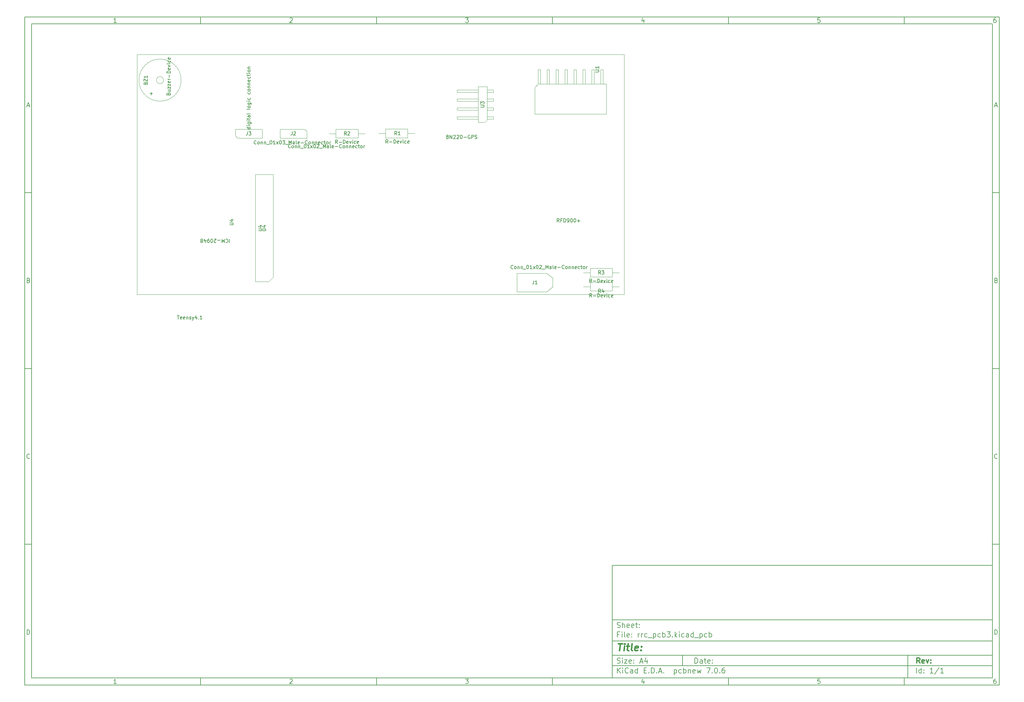
<source format=gbr>
%TF.GenerationSoftware,KiCad,Pcbnew,7.0.6*%
%TF.CreationDate,2023-08-10T16:59:27-04:00*%
%TF.ProjectId,rrc_pcb3,7272635f-7063-4623-932e-6b696361645f,rev?*%
%TF.SameCoordinates,Original*%
%TF.FileFunction,AssemblyDrawing,Top*%
%FSLAX46Y46*%
G04 Gerber Fmt 4.6, Leading zero omitted, Abs format (unit mm)*
G04 Created by KiCad (PCBNEW 7.0.6) date 2023-08-10 16:59:27*
%MOMM*%
%LPD*%
G01*
G04 APERTURE LIST*
%ADD10C,0.100000*%
%ADD11C,0.150000*%
%ADD12C,0.300000*%
%ADD13C,0.400000*%
%TA.AperFunction,Profile*%
%ADD14C,0.050000*%
%TD*%
G04 APERTURE END LIST*
D10*
D11*
X177002200Y-166007200D02*
X285002200Y-166007200D01*
X285002200Y-198007200D01*
X177002200Y-198007200D01*
X177002200Y-166007200D01*
D10*
D11*
X10000000Y-10000000D02*
X287002200Y-10000000D01*
X287002200Y-200007200D01*
X10000000Y-200007200D01*
X10000000Y-10000000D01*
D10*
D11*
X12000000Y-12000000D02*
X285002200Y-12000000D01*
X285002200Y-198007200D01*
X12000000Y-198007200D01*
X12000000Y-12000000D01*
D10*
D11*
X60000000Y-12000000D02*
X60000000Y-10000000D01*
D10*
D11*
X110000000Y-12000000D02*
X110000000Y-10000000D01*
D10*
D11*
X160000000Y-12000000D02*
X160000000Y-10000000D01*
D10*
D11*
X210000000Y-12000000D02*
X210000000Y-10000000D01*
D10*
D11*
X260000000Y-12000000D02*
X260000000Y-10000000D01*
D10*
D11*
X36089160Y-11593604D02*
X35346303Y-11593604D01*
X35717731Y-11593604D02*
X35717731Y-10293604D01*
X35717731Y-10293604D02*
X35593922Y-10479319D01*
X35593922Y-10479319D02*
X35470112Y-10603128D01*
X35470112Y-10603128D02*
X35346303Y-10665033D01*
D10*
D11*
X85346303Y-10417414D02*
X85408207Y-10355509D01*
X85408207Y-10355509D02*
X85532017Y-10293604D01*
X85532017Y-10293604D02*
X85841541Y-10293604D01*
X85841541Y-10293604D02*
X85965350Y-10355509D01*
X85965350Y-10355509D02*
X86027255Y-10417414D01*
X86027255Y-10417414D02*
X86089160Y-10541223D01*
X86089160Y-10541223D02*
X86089160Y-10665033D01*
X86089160Y-10665033D02*
X86027255Y-10850747D01*
X86027255Y-10850747D02*
X85284398Y-11593604D01*
X85284398Y-11593604D02*
X86089160Y-11593604D01*
D10*
D11*
X135284398Y-10293604D02*
X136089160Y-10293604D01*
X136089160Y-10293604D02*
X135655826Y-10788842D01*
X135655826Y-10788842D02*
X135841541Y-10788842D01*
X135841541Y-10788842D02*
X135965350Y-10850747D01*
X135965350Y-10850747D02*
X136027255Y-10912652D01*
X136027255Y-10912652D02*
X136089160Y-11036461D01*
X136089160Y-11036461D02*
X136089160Y-11345985D01*
X136089160Y-11345985D02*
X136027255Y-11469795D01*
X136027255Y-11469795D02*
X135965350Y-11531700D01*
X135965350Y-11531700D02*
X135841541Y-11593604D01*
X135841541Y-11593604D02*
X135470112Y-11593604D01*
X135470112Y-11593604D02*
X135346303Y-11531700D01*
X135346303Y-11531700D02*
X135284398Y-11469795D01*
D10*
D11*
X185965350Y-10726938D02*
X185965350Y-11593604D01*
X185655826Y-10231700D02*
X185346303Y-11160271D01*
X185346303Y-11160271D02*
X186151064Y-11160271D01*
D10*
D11*
X236027255Y-10293604D02*
X235408207Y-10293604D01*
X235408207Y-10293604D02*
X235346303Y-10912652D01*
X235346303Y-10912652D02*
X235408207Y-10850747D01*
X235408207Y-10850747D02*
X235532017Y-10788842D01*
X235532017Y-10788842D02*
X235841541Y-10788842D01*
X235841541Y-10788842D02*
X235965350Y-10850747D01*
X235965350Y-10850747D02*
X236027255Y-10912652D01*
X236027255Y-10912652D02*
X236089160Y-11036461D01*
X236089160Y-11036461D02*
X236089160Y-11345985D01*
X236089160Y-11345985D02*
X236027255Y-11469795D01*
X236027255Y-11469795D02*
X235965350Y-11531700D01*
X235965350Y-11531700D02*
X235841541Y-11593604D01*
X235841541Y-11593604D02*
X235532017Y-11593604D01*
X235532017Y-11593604D02*
X235408207Y-11531700D01*
X235408207Y-11531700D02*
X235346303Y-11469795D01*
D10*
D11*
X285965350Y-10293604D02*
X285717731Y-10293604D01*
X285717731Y-10293604D02*
X285593922Y-10355509D01*
X285593922Y-10355509D02*
X285532017Y-10417414D01*
X285532017Y-10417414D02*
X285408207Y-10603128D01*
X285408207Y-10603128D02*
X285346303Y-10850747D01*
X285346303Y-10850747D02*
X285346303Y-11345985D01*
X285346303Y-11345985D02*
X285408207Y-11469795D01*
X285408207Y-11469795D02*
X285470112Y-11531700D01*
X285470112Y-11531700D02*
X285593922Y-11593604D01*
X285593922Y-11593604D02*
X285841541Y-11593604D01*
X285841541Y-11593604D02*
X285965350Y-11531700D01*
X285965350Y-11531700D02*
X286027255Y-11469795D01*
X286027255Y-11469795D02*
X286089160Y-11345985D01*
X286089160Y-11345985D02*
X286089160Y-11036461D01*
X286089160Y-11036461D02*
X286027255Y-10912652D01*
X286027255Y-10912652D02*
X285965350Y-10850747D01*
X285965350Y-10850747D02*
X285841541Y-10788842D01*
X285841541Y-10788842D02*
X285593922Y-10788842D01*
X285593922Y-10788842D02*
X285470112Y-10850747D01*
X285470112Y-10850747D02*
X285408207Y-10912652D01*
X285408207Y-10912652D02*
X285346303Y-11036461D01*
D10*
D11*
X60000000Y-198007200D02*
X60000000Y-200007200D01*
D10*
D11*
X110000000Y-198007200D02*
X110000000Y-200007200D01*
D10*
D11*
X160000000Y-198007200D02*
X160000000Y-200007200D01*
D10*
D11*
X210000000Y-198007200D02*
X210000000Y-200007200D01*
D10*
D11*
X260000000Y-198007200D02*
X260000000Y-200007200D01*
D10*
D11*
X36089160Y-199600804D02*
X35346303Y-199600804D01*
X35717731Y-199600804D02*
X35717731Y-198300804D01*
X35717731Y-198300804D02*
X35593922Y-198486519D01*
X35593922Y-198486519D02*
X35470112Y-198610328D01*
X35470112Y-198610328D02*
X35346303Y-198672233D01*
D10*
D11*
X85346303Y-198424614D02*
X85408207Y-198362709D01*
X85408207Y-198362709D02*
X85532017Y-198300804D01*
X85532017Y-198300804D02*
X85841541Y-198300804D01*
X85841541Y-198300804D02*
X85965350Y-198362709D01*
X85965350Y-198362709D02*
X86027255Y-198424614D01*
X86027255Y-198424614D02*
X86089160Y-198548423D01*
X86089160Y-198548423D02*
X86089160Y-198672233D01*
X86089160Y-198672233D02*
X86027255Y-198857947D01*
X86027255Y-198857947D02*
X85284398Y-199600804D01*
X85284398Y-199600804D02*
X86089160Y-199600804D01*
D10*
D11*
X135284398Y-198300804D02*
X136089160Y-198300804D01*
X136089160Y-198300804D02*
X135655826Y-198796042D01*
X135655826Y-198796042D02*
X135841541Y-198796042D01*
X135841541Y-198796042D02*
X135965350Y-198857947D01*
X135965350Y-198857947D02*
X136027255Y-198919852D01*
X136027255Y-198919852D02*
X136089160Y-199043661D01*
X136089160Y-199043661D02*
X136089160Y-199353185D01*
X136089160Y-199353185D02*
X136027255Y-199476995D01*
X136027255Y-199476995D02*
X135965350Y-199538900D01*
X135965350Y-199538900D02*
X135841541Y-199600804D01*
X135841541Y-199600804D02*
X135470112Y-199600804D01*
X135470112Y-199600804D02*
X135346303Y-199538900D01*
X135346303Y-199538900D02*
X135284398Y-199476995D01*
D10*
D11*
X185965350Y-198734138D02*
X185965350Y-199600804D01*
X185655826Y-198238900D02*
X185346303Y-199167471D01*
X185346303Y-199167471D02*
X186151064Y-199167471D01*
D10*
D11*
X236027255Y-198300804D02*
X235408207Y-198300804D01*
X235408207Y-198300804D02*
X235346303Y-198919852D01*
X235346303Y-198919852D02*
X235408207Y-198857947D01*
X235408207Y-198857947D02*
X235532017Y-198796042D01*
X235532017Y-198796042D02*
X235841541Y-198796042D01*
X235841541Y-198796042D02*
X235965350Y-198857947D01*
X235965350Y-198857947D02*
X236027255Y-198919852D01*
X236027255Y-198919852D02*
X236089160Y-199043661D01*
X236089160Y-199043661D02*
X236089160Y-199353185D01*
X236089160Y-199353185D02*
X236027255Y-199476995D01*
X236027255Y-199476995D02*
X235965350Y-199538900D01*
X235965350Y-199538900D02*
X235841541Y-199600804D01*
X235841541Y-199600804D02*
X235532017Y-199600804D01*
X235532017Y-199600804D02*
X235408207Y-199538900D01*
X235408207Y-199538900D02*
X235346303Y-199476995D01*
D10*
D11*
X285965350Y-198300804D02*
X285717731Y-198300804D01*
X285717731Y-198300804D02*
X285593922Y-198362709D01*
X285593922Y-198362709D02*
X285532017Y-198424614D01*
X285532017Y-198424614D02*
X285408207Y-198610328D01*
X285408207Y-198610328D02*
X285346303Y-198857947D01*
X285346303Y-198857947D02*
X285346303Y-199353185D01*
X285346303Y-199353185D02*
X285408207Y-199476995D01*
X285408207Y-199476995D02*
X285470112Y-199538900D01*
X285470112Y-199538900D02*
X285593922Y-199600804D01*
X285593922Y-199600804D02*
X285841541Y-199600804D01*
X285841541Y-199600804D02*
X285965350Y-199538900D01*
X285965350Y-199538900D02*
X286027255Y-199476995D01*
X286027255Y-199476995D02*
X286089160Y-199353185D01*
X286089160Y-199353185D02*
X286089160Y-199043661D01*
X286089160Y-199043661D02*
X286027255Y-198919852D01*
X286027255Y-198919852D02*
X285965350Y-198857947D01*
X285965350Y-198857947D02*
X285841541Y-198796042D01*
X285841541Y-198796042D02*
X285593922Y-198796042D01*
X285593922Y-198796042D02*
X285470112Y-198857947D01*
X285470112Y-198857947D02*
X285408207Y-198919852D01*
X285408207Y-198919852D02*
X285346303Y-199043661D01*
D10*
D11*
X10000000Y-60000000D02*
X12000000Y-60000000D01*
D10*
D11*
X10000000Y-110000000D02*
X12000000Y-110000000D01*
D10*
D11*
X10000000Y-160000000D02*
X12000000Y-160000000D01*
D10*
D11*
X10690476Y-35222176D02*
X11309523Y-35222176D01*
X10566666Y-35593604D02*
X10999999Y-34293604D01*
X10999999Y-34293604D02*
X11433333Y-35593604D01*
D10*
D11*
X11092857Y-84912652D02*
X11278571Y-84974557D01*
X11278571Y-84974557D02*
X11340476Y-85036461D01*
X11340476Y-85036461D02*
X11402380Y-85160271D01*
X11402380Y-85160271D02*
X11402380Y-85345985D01*
X11402380Y-85345985D02*
X11340476Y-85469795D01*
X11340476Y-85469795D02*
X11278571Y-85531700D01*
X11278571Y-85531700D02*
X11154761Y-85593604D01*
X11154761Y-85593604D02*
X10659523Y-85593604D01*
X10659523Y-85593604D02*
X10659523Y-84293604D01*
X10659523Y-84293604D02*
X11092857Y-84293604D01*
X11092857Y-84293604D02*
X11216666Y-84355509D01*
X11216666Y-84355509D02*
X11278571Y-84417414D01*
X11278571Y-84417414D02*
X11340476Y-84541223D01*
X11340476Y-84541223D02*
X11340476Y-84665033D01*
X11340476Y-84665033D02*
X11278571Y-84788842D01*
X11278571Y-84788842D02*
X11216666Y-84850747D01*
X11216666Y-84850747D02*
X11092857Y-84912652D01*
X11092857Y-84912652D02*
X10659523Y-84912652D01*
D10*
D11*
X11402380Y-135469795D02*
X11340476Y-135531700D01*
X11340476Y-135531700D02*
X11154761Y-135593604D01*
X11154761Y-135593604D02*
X11030952Y-135593604D01*
X11030952Y-135593604D02*
X10845238Y-135531700D01*
X10845238Y-135531700D02*
X10721428Y-135407890D01*
X10721428Y-135407890D02*
X10659523Y-135284080D01*
X10659523Y-135284080D02*
X10597619Y-135036461D01*
X10597619Y-135036461D02*
X10597619Y-134850747D01*
X10597619Y-134850747D02*
X10659523Y-134603128D01*
X10659523Y-134603128D02*
X10721428Y-134479319D01*
X10721428Y-134479319D02*
X10845238Y-134355509D01*
X10845238Y-134355509D02*
X11030952Y-134293604D01*
X11030952Y-134293604D02*
X11154761Y-134293604D01*
X11154761Y-134293604D02*
X11340476Y-134355509D01*
X11340476Y-134355509D02*
X11402380Y-134417414D01*
D10*
D11*
X10659523Y-185593604D02*
X10659523Y-184293604D01*
X10659523Y-184293604D02*
X10969047Y-184293604D01*
X10969047Y-184293604D02*
X11154761Y-184355509D01*
X11154761Y-184355509D02*
X11278571Y-184479319D01*
X11278571Y-184479319D02*
X11340476Y-184603128D01*
X11340476Y-184603128D02*
X11402380Y-184850747D01*
X11402380Y-184850747D02*
X11402380Y-185036461D01*
X11402380Y-185036461D02*
X11340476Y-185284080D01*
X11340476Y-185284080D02*
X11278571Y-185407890D01*
X11278571Y-185407890D02*
X11154761Y-185531700D01*
X11154761Y-185531700D02*
X10969047Y-185593604D01*
X10969047Y-185593604D02*
X10659523Y-185593604D01*
D10*
D11*
X287002200Y-60000000D02*
X285002200Y-60000000D01*
D10*
D11*
X287002200Y-110000000D02*
X285002200Y-110000000D01*
D10*
D11*
X287002200Y-160000000D02*
X285002200Y-160000000D01*
D10*
D11*
X285692676Y-35222176D02*
X286311723Y-35222176D01*
X285568866Y-35593604D02*
X286002199Y-34293604D01*
X286002199Y-34293604D02*
X286435533Y-35593604D01*
D10*
D11*
X286095057Y-84912652D02*
X286280771Y-84974557D01*
X286280771Y-84974557D02*
X286342676Y-85036461D01*
X286342676Y-85036461D02*
X286404580Y-85160271D01*
X286404580Y-85160271D02*
X286404580Y-85345985D01*
X286404580Y-85345985D02*
X286342676Y-85469795D01*
X286342676Y-85469795D02*
X286280771Y-85531700D01*
X286280771Y-85531700D02*
X286156961Y-85593604D01*
X286156961Y-85593604D02*
X285661723Y-85593604D01*
X285661723Y-85593604D02*
X285661723Y-84293604D01*
X285661723Y-84293604D02*
X286095057Y-84293604D01*
X286095057Y-84293604D02*
X286218866Y-84355509D01*
X286218866Y-84355509D02*
X286280771Y-84417414D01*
X286280771Y-84417414D02*
X286342676Y-84541223D01*
X286342676Y-84541223D02*
X286342676Y-84665033D01*
X286342676Y-84665033D02*
X286280771Y-84788842D01*
X286280771Y-84788842D02*
X286218866Y-84850747D01*
X286218866Y-84850747D02*
X286095057Y-84912652D01*
X286095057Y-84912652D02*
X285661723Y-84912652D01*
D10*
D11*
X286404580Y-135469795D02*
X286342676Y-135531700D01*
X286342676Y-135531700D02*
X286156961Y-135593604D01*
X286156961Y-135593604D02*
X286033152Y-135593604D01*
X286033152Y-135593604D02*
X285847438Y-135531700D01*
X285847438Y-135531700D02*
X285723628Y-135407890D01*
X285723628Y-135407890D02*
X285661723Y-135284080D01*
X285661723Y-135284080D02*
X285599819Y-135036461D01*
X285599819Y-135036461D02*
X285599819Y-134850747D01*
X285599819Y-134850747D02*
X285661723Y-134603128D01*
X285661723Y-134603128D02*
X285723628Y-134479319D01*
X285723628Y-134479319D02*
X285847438Y-134355509D01*
X285847438Y-134355509D02*
X286033152Y-134293604D01*
X286033152Y-134293604D02*
X286156961Y-134293604D01*
X286156961Y-134293604D02*
X286342676Y-134355509D01*
X286342676Y-134355509D02*
X286404580Y-134417414D01*
D10*
D11*
X285661723Y-185593604D02*
X285661723Y-184293604D01*
X285661723Y-184293604D02*
X285971247Y-184293604D01*
X285971247Y-184293604D02*
X286156961Y-184355509D01*
X286156961Y-184355509D02*
X286280771Y-184479319D01*
X286280771Y-184479319D02*
X286342676Y-184603128D01*
X286342676Y-184603128D02*
X286404580Y-184850747D01*
X286404580Y-184850747D02*
X286404580Y-185036461D01*
X286404580Y-185036461D02*
X286342676Y-185284080D01*
X286342676Y-185284080D02*
X286280771Y-185407890D01*
X286280771Y-185407890D02*
X286156961Y-185531700D01*
X286156961Y-185531700D02*
X285971247Y-185593604D01*
X285971247Y-185593604D02*
X285661723Y-185593604D01*
D10*
D11*
X200458026Y-193793328D02*
X200458026Y-192293328D01*
X200458026Y-192293328D02*
X200815169Y-192293328D01*
X200815169Y-192293328D02*
X201029455Y-192364757D01*
X201029455Y-192364757D02*
X201172312Y-192507614D01*
X201172312Y-192507614D02*
X201243741Y-192650471D01*
X201243741Y-192650471D02*
X201315169Y-192936185D01*
X201315169Y-192936185D02*
X201315169Y-193150471D01*
X201315169Y-193150471D02*
X201243741Y-193436185D01*
X201243741Y-193436185D02*
X201172312Y-193579042D01*
X201172312Y-193579042D02*
X201029455Y-193721900D01*
X201029455Y-193721900D02*
X200815169Y-193793328D01*
X200815169Y-193793328D02*
X200458026Y-193793328D01*
X202600884Y-193793328D02*
X202600884Y-193007614D01*
X202600884Y-193007614D02*
X202529455Y-192864757D01*
X202529455Y-192864757D02*
X202386598Y-192793328D01*
X202386598Y-192793328D02*
X202100884Y-192793328D01*
X202100884Y-192793328D02*
X201958026Y-192864757D01*
X202600884Y-193721900D02*
X202458026Y-193793328D01*
X202458026Y-193793328D02*
X202100884Y-193793328D01*
X202100884Y-193793328D02*
X201958026Y-193721900D01*
X201958026Y-193721900D02*
X201886598Y-193579042D01*
X201886598Y-193579042D02*
X201886598Y-193436185D01*
X201886598Y-193436185D02*
X201958026Y-193293328D01*
X201958026Y-193293328D02*
X202100884Y-193221900D01*
X202100884Y-193221900D02*
X202458026Y-193221900D01*
X202458026Y-193221900D02*
X202600884Y-193150471D01*
X203100884Y-192793328D02*
X203672312Y-192793328D01*
X203315169Y-192293328D02*
X203315169Y-193579042D01*
X203315169Y-193579042D02*
X203386598Y-193721900D01*
X203386598Y-193721900D02*
X203529455Y-193793328D01*
X203529455Y-193793328D02*
X203672312Y-193793328D01*
X204743741Y-193721900D02*
X204600884Y-193793328D01*
X204600884Y-193793328D02*
X204315170Y-193793328D01*
X204315170Y-193793328D02*
X204172312Y-193721900D01*
X204172312Y-193721900D02*
X204100884Y-193579042D01*
X204100884Y-193579042D02*
X204100884Y-193007614D01*
X204100884Y-193007614D02*
X204172312Y-192864757D01*
X204172312Y-192864757D02*
X204315170Y-192793328D01*
X204315170Y-192793328D02*
X204600884Y-192793328D01*
X204600884Y-192793328D02*
X204743741Y-192864757D01*
X204743741Y-192864757D02*
X204815170Y-193007614D01*
X204815170Y-193007614D02*
X204815170Y-193150471D01*
X204815170Y-193150471D02*
X204100884Y-193293328D01*
X205458026Y-193650471D02*
X205529455Y-193721900D01*
X205529455Y-193721900D02*
X205458026Y-193793328D01*
X205458026Y-193793328D02*
X205386598Y-193721900D01*
X205386598Y-193721900D02*
X205458026Y-193650471D01*
X205458026Y-193650471D02*
X205458026Y-193793328D01*
X205458026Y-192864757D02*
X205529455Y-192936185D01*
X205529455Y-192936185D02*
X205458026Y-193007614D01*
X205458026Y-193007614D02*
X205386598Y-192936185D01*
X205386598Y-192936185D02*
X205458026Y-192864757D01*
X205458026Y-192864757D02*
X205458026Y-193007614D01*
D10*
D11*
X177002200Y-194507200D02*
X285002200Y-194507200D01*
D10*
D11*
X178458026Y-196593328D02*
X178458026Y-195093328D01*
X179315169Y-196593328D02*
X178672312Y-195736185D01*
X179315169Y-195093328D02*
X178458026Y-195950471D01*
X179958026Y-196593328D02*
X179958026Y-195593328D01*
X179958026Y-195093328D02*
X179886598Y-195164757D01*
X179886598Y-195164757D02*
X179958026Y-195236185D01*
X179958026Y-195236185D02*
X180029455Y-195164757D01*
X180029455Y-195164757D02*
X179958026Y-195093328D01*
X179958026Y-195093328D02*
X179958026Y-195236185D01*
X181529455Y-196450471D02*
X181458027Y-196521900D01*
X181458027Y-196521900D02*
X181243741Y-196593328D01*
X181243741Y-196593328D02*
X181100884Y-196593328D01*
X181100884Y-196593328D02*
X180886598Y-196521900D01*
X180886598Y-196521900D02*
X180743741Y-196379042D01*
X180743741Y-196379042D02*
X180672312Y-196236185D01*
X180672312Y-196236185D02*
X180600884Y-195950471D01*
X180600884Y-195950471D02*
X180600884Y-195736185D01*
X180600884Y-195736185D02*
X180672312Y-195450471D01*
X180672312Y-195450471D02*
X180743741Y-195307614D01*
X180743741Y-195307614D02*
X180886598Y-195164757D01*
X180886598Y-195164757D02*
X181100884Y-195093328D01*
X181100884Y-195093328D02*
X181243741Y-195093328D01*
X181243741Y-195093328D02*
X181458027Y-195164757D01*
X181458027Y-195164757D02*
X181529455Y-195236185D01*
X182815170Y-196593328D02*
X182815170Y-195807614D01*
X182815170Y-195807614D02*
X182743741Y-195664757D01*
X182743741Y-195664757D02*
X182600884Y-195593328D01*
X182600884Y-195593328D02*
X182315170Y-195593328D01*
X182315170Y-195593328D02*
X182172312Y-195664757D01*
X182815170Y-196521900D02*
X182672312Y-196593328D01*
X182672312Y-196593328D02*
X182315170Y-196593328D01*
X182315170Y-196593328D02*
X182172312Y-196521900D01*
X182172312Y-196521900D02*
X182100884Y-196379042D01*
X182100884Y-196379042D02*
X182100884Y-196236185D01*
X182100884Y-196236185D02*
X182172312Y-196093328D01*
X182172312Y-196093328D02*
X182315170Y-196021900D01*
X182315170Y-196021900D02*
X182672312Y-196021900D01*
X182672312Y-196021900D02*
X182815170Y-195950471D01*
X184172313Y-196593328D02*
X184172313Y-195093328D01*
X184172313Y-196521900D02*
X184029455Y-196593328D01*
X184029455Y-196593328D02*
X183743741Y-196593328D01*
X183743741Y-196593328D02*
X183600884Y-196521900D01*
X183600884Y-196521900D02*
X183529455Y-196450471D01*
X183529455Y-196450471D02*
X183458027Y-196307614D01*
X183458027Y-196307614D02*
X183458027Y-195879042D01*
X183458027Y-195879042D02*
X183529455Y-195736185D01*
X183529455Y-195736185D02*
X183600884Y-195664757D01*
X183600884Y-195664757D02*
X183743741Y-195593328D01*
X183743741Y-195593328D02*
X184029455Y-195593328D01*
X184029455Y-195593328D02*
X184172313Y-195664757D01*
X186029455Y-195807614D02*
X186529455Y-195807614D01*
X186743741Y-196593328D02*
X186029455Y-196593328D01*
X186029455Y-196593328D02*
X186029455Y-195093328D01*
X186029455Y-195093328D02*
X186743741Y-195093328D01*
X187386598Y-196450471D02*
X187458027Y-196521900D01*
X187458027Y-196521900D02*
X187386598Y-196593328D01*
X187386598Y-196593328D02*
X187315170Y-196521900D01*
X187315170Y-196521900D02*
X187386598Y-196450471D01*
X187386598Y-196450471D02*
X187386598Y-196593328D01*
X188100884Y-196593328D02*
X188100884Y-195093328D01*
X188100884Y-195093328D02*
X188458027Y-195093328D01*
X188458027Y-195093328D02*
X188672313Y-195164757D01*
X188672313Y-195164757D02*
X188815170Y-195307614D01*
X188815170Y-195307614D02*
X188886599Y-195450471D01*
X188886599Y-195450471D02*
X188958027Y-195736185D01*
X188958027Y-195736185D02*
X188958027Y-195950471D01*
X188958027Y-195950471D02*
X188886599Y-196236185D01*
X188886599Y-196236185D02*
X188815170Y-196379042D01*
X188815170Y-196379042D02*
X188672313Y-196521900D01*
X188672313Y-196521900D02*
X188458027Y-196593328D01*
X188458027Y-196593328D02*
X188100884Y-196593328D01*
X189600884Y-196450471D02*
X189672313Y-196521900D01*
X189672313Y-196521900D02*
X189600884Y-196593328D01*
X189600884Y-196593328D02*
X189529456Y-196521900D01*
X189529456Y-196521900D02*
X189600884Y-196450471D01*
X189600884Y-196450471D02*
X189600884Y-196593328D01*
X190243742Y-196164757D02*
X190958028Y-196164757D01*
X190100885Y-196593328D02*
X190600885Y-195093328D01*
X190600885Y-195093328D02*
X191100885Y-196593328D01*
X191600884Y-196450471D02*
X191672313Y-196521900D01*
X191672313Y-196521900D02*
X191600884Y-196593328D01*
X191600884Y-196593328D02*
X191529456Y-196521900D01*
X191529456Y-196521900D02*
X191600884Y-196450471D01*
X191600884Y-196450471D02*
X191600884Y-196593328D01*
X194600884Y-195593328D02*
X194600884Y-197093328D01*
X194600884Y-195664757D02*
X194743742Y-195593328D01*
X194743742Y-195593328D02*
X195029456Y-195593328D01*
X195029456Y-195593328D02*
X195172313Y-195664757D01*
X195172313Y-195664757D02*
X195243742Y-195736185D01*
X195243742Y-195736185D02*
X195315170Y-195879042D01*
X195315170Y-195879042D02*
X195315170Y-196307614D01*
X195315170Y-196307614D02*
X195243742Y-196450471D01*
X195243742Y-196450471D02*
X195172313Y-196521900D01*
X195172313Y-196521900D02*
X195029456Y-196593328D01*
X195029456Y-196593328D02*
X194743742Y-196593328D01*
X194743742Y-196593328D02*
X194600884Y-196521900D01*
X196600885Y-196521900D02*
X196458027Y-196593328D01*
X196458027Y-196593328D02*
X196172313Y-196593328D01*
X196172313Y-196593328D02*
X196029456Y-196521900D01*
X196029456Y-196521900D02*
X195958027Y-196450471D01*
X195958027Y-196450471D02*
X195886599Y-196307614D01*
X195886599Y-196307614D02*
X195886599Y-195879042D01*
X195886599Y-195879042D02*
X195958027Y-195736185D01*
X195958027Y-195736185D02*
X196029456Y-195664757D01*
X196029456Y-195664757D02*
X196172313Y-195593328D01*
X196172313Y-195593328D02*
X196458027Y-195593328D01*
X196458027Y-195593328D02*
X196600885Y-195664757D01*
X197243741Y-196593328D02*
X197243741Y-195093328D01*
X197243741Y-195664757D02*
X197386599Y-195593328D01*
X197386599Y-195593328D02*
X197672313Y-195593328D01*
X197672313Y-195593328D02*
X197815170Y-195664757D01*
X197815170Y-195664757D02*
X197886599Y-195736185D01*
X197886599Y-195736185D02*
X197958027Y-195879042D01*
X197958027Y-195879042D02*
X197958027Y-196307614D01*
X197958027Y-196307614D02*
X197886599Y-196450471D01*
X197886599Y-196450471D02*
X197815170Y-196521900D01*
X197815170Y-196521900D02*
X197672313Y-196593328D01*
X197672313Y-196593328D02*
X197386599Y-196593328D01*
X197386599Y-196593328D02*
X197243741Y-196521900D01*
X198600884Y-195593328D02*
X198600884Y-196593328D01*
X198600884Y-195736185D02*
X198672313Y-195664757D01*
X198672313Y-195664757D02*
X198815170Y-195593328D01*
X198815170Y-195593328D02*
X199029456Y-195593328D01*
X199029456Y-195593328D02*
X199172313Y-195664757D01*
X199172313Y-195664757D02*
X199243742Y-195807614D01*
X199243742Y-195807614D02*
X199243742Y-196593328D01*
X200529456Y-196521900D02*
X200386599Y-196593328D01*
X200386599Y-196593328D02*
X200100885Y-196593328D01*
X200100885Y-196593328D02*
X199958027Y-196521900D01*
X199958027Y-196521900D02*
X199886599Y-196379042D01*
X199886599Y-196379042D02*
X199886599Y-195807614D01*
X199886599Y-195807614D02*
X199958027Y-195664757D01*
X199958027Y-195664757D02*
X200100885Y-195593328D01*
X200100885Y-195593328D02*
X200386599Y-195593328D01*
X200386599Y-195593328D02*
X200529456Y-195664757D01*
X200529456Y-195664757D02*
X200600885Y-195807614D01*
X200600885Y-195807614D02*
X200600885Y-195950471D01*
X200600885Y-195950471D02*
X199886599Y-196093328D01*
X201100884Y-195593328D02*
X201386599Y-196593328D01*
X201386599Y-196593328D02*
X201672313Y-195879042D01*
X201672313Y-195879042D02*
X201958027Y-196593328D01*
X201958027Y-196593328D02*
X202243741Y-195593328D01*
X203815170Y-195093328D02*
X204815170Y-195093328D01*
X204815170Y-195093328D02*
X204172313Y-196593328D01*
X205386598Y-196450471D02*
X205458027Y-196521900D01*
X205458027Y-196521900D02*
X205386598Y-196593328D01*
X205386598Y-196593328D02*
X205315170Y-196521900D01*
X205315170Y-196521900D02*
X205386598Y-196450471D01*
X205386598Y-196450471D02*
X205386598Y-196593328D01*
X206386599Y-195093328D02*
X206529456Y-195093328D01*
X206529456Y-195093328D02*
X206672313Y-195164757D01*
X206672313Y-195164757D02*
X206743742Y-195236185D01*
X206743742Y-195236185D02*
X206815170Y-195379042D01*
X206815170Y-195379042D02*
X206886599Y-195664757D01*
X206886599Y-195664757D02*
X206886599Y-196021900D01*
X206886599Y-196021900D02*
X206815170Y-196307614D01*
X206815170Y-196307614D02*
X206743742Y-196450471D01*
X206743742Y-196450471D02*
X206672313Y-196521900D01*
X206672313Y-196521900D02*
X206529456Y-196593328D01*
X206529456Y-196593328D02*
X206386599Y-196593328D01*
X206386599Y-196593328D02*
X206243742Y-196521900D01*
X206243742Y-196521900D02*
X206172313Y-196450471D01*
X206172313Y-196450471D02*
X206100884Y-196307614D01*
X206100884Y-196307614D02*
X206029456Y-196021900D01*
X206029456Y-196021900D02*
X206029456Y-195664757D01*
X206029456Y-195664757D02*
X206100884Y-195379042D01*
X206100884Y-195379042D02*
X206172313Y-195236185D01*
X206172313Y-195236185D02*
X206243742Y-195164757D01*
X206243742Y-195164757D02*
X206386599Y-195093328D01*
X207529455Y-196450471D02*
X207600884Y-196521900D01*
X207600884Y-196521900D02*
X207529455Y-196593328D01*
X207529455Y-196593328D02*
X207458027Y-196521900D01*
X207458027Y-196521900D02*
X207529455Y-196450471D01*
X207529455Y-196450471D02*
X207529455Y-196593328D01*
X208886599Y-195093328D02*
X208600884Y-195093328D01*
X208600884Y-195093328D02*
X208458027Y-195164757D01*
X208458027Y-195164757D02*
X208386599Y-195236185D01*
X208386599Y-195236185D02*
X208243741Y-195450471D01*
X208243741Y-195450471D02*
X208172313Y-195736185D01*
X208172313Y-195736185D02*
X208172313Y-196307614D01*
X208172313Y-196307614D02*
X208243741Y-196450471D01*
X208243741Y-196450471D02*
X208315170Y-196521900D01*
X208315170Y-196521900D02*
X208458027Y-196593328D01*
X208458027Y-196593328D02*
X208743741Y-196593328D01*
X208743741Y-196593328D02*
X208886599Y-196521900D01*
X208886599Y-196521900D02*
X208958027Y-196450471D01*
X208958027Y-196450471D02*
X209029456Y-196307614D01*
X209029456Y-196307614D02*
X209029456Y-195950471D01*
X209029456Y-195950471D02*
X208958027Y-195807614D01*
X208958027Y-195807614D02*
X208886599Y-195736185D01*
X208886599Y-195736185D02*
X208743741Y-195664757D01*
X208743741Y-195664757D02*
X208458027Y-195664757D01*
X208458027Y-195664757D02*
X208315170Y-195736185D01*
X208315170Y-195736185D02*
X208243741Y-195807614D01*
X208243741Y-195807614D02*
X208172313Y-195950471D01*
D10*
D11*
X177002200Y-191507200D02*
X285002200Y-191507200D01*
D10*
D12*
X264413853Y-193785528D02*
X263913853Y-193071242D01*
X263556710Y-193785528D02*
X263556710Y-192285528D01*
X263556710Y-192285528D02*
X264128139Y-192285528D01*
X264128139Y-192285528D02*
X264270996Y-192356957D01*
X264270996Y-192356957D02*
X264342425Y-192428385D01*
X264342425Y-192428385D02*
X264413853Y-192571242D01*
X264413853Y-192571242D02*
X264413853Y-192785528D01*
X264413853Y-192785528D02*
X264342425Y-192928385D01*
X264342425Y-192928385D02*
X264270996Y-192999814D01*
X264270996Y-192999814D02*
X264128139Y-193071242D01*
X264128139Y-193071242D02*
X263556710Y-193071242D01*
X265628139Y-193714100D02*
X265485282Y-193785528D01*
X265485282Y-193785528D02*
X265199568Y-193785528D01*
X265199568Y-193785528D02*
X265056710Y-193714100D01*
X265056710Y-193714100D02*
X264985282Y-193571242D01*
X264985282Y-193571242D02*
X264985282Y-192999814D01*
X264985282Y-192999814D02*
X265056710Y-192856957D01*
X265056710Y-192856957D02*
X265199568Y-192785528D01*
X265199568Y-192785528D02*
X265485282Y-192785528D01*
X265485282Y-192785528D02*
X265628139Y-192856957D01*
X265628139Y-192856957D02*
X265699568Y-192999814D01*
X265699568Y-192999814D02*
X265699568Y-193142671D01*
X265699568Y-193142671D02*
X264985282Y-193285528D01*
X266199567Y-192785528D02*
X266556710Y-193785528D01*
X266556710Y-193785528D02*
X266913853Y-192785528D01*
X267485281Y-193642671D02*
X267556710Y-193714100D01*
X267556710Y-193714100D02*
X267485281Y-193785528D01*
X267485281Y-193785528D02*
X267413853Y-193714100D01*
X267413853Y-193714100D02*
X267485281Y-193642671D01*
X267485281Y-193642671D02*
X267485281Y-193785528D01*
X267485281Y-192856957D02*
X267556710Y-192928385D01*
X267556710Y-192928385D02*
X267485281Y-192999814D01*
X267485281Y-192999814D02*
X267413853Y-192928385D01*
X267413853Y-192928385D02*
X267485281Y-192856957D01*
X267485281Y-192856957D02*
X267485281Y-192999814D01*
D10*
D11*
X178386598Y-193721900D02*
X178600884Y-193793328D01*
X178600884Y-193793328D02*
X178958026Y-193793328D01*
X178958026Y-193793328D02*
X179100884Y-193721900D01*
X179100884Y-193721900D02*
X179172312Y-193650471D01*
X179172312Y-193650471D02*
X179243741Y-193507614D01*
X179243741Y-193507614D02*
X179243741Y-193364757D01*
X179243741Y-193364757D02*
X179172312Y-193221900D01*
X179172312Y-193221900D02*
X179100884Y-193150471D01*
X179100884Y-193150471D02*
X178958026Y-193079042D01*
X178958026Y-193079042D02*
X178672312Y-193007614D01*
X178672312Y-193007614D02*
X178529455Y-192936185D01*
X178529455Y-192936185D02*
X178458026Y-192864757D01*
X178458026Y-192864757D02*
X178386598Y-192721900D01*
X178386598Y-192721900D02*
X178386598Y-192579042D01*
X178386598Y-192579042D02*
X178458026Y-192436185D01*
X178458026Y-192436185D02*
X178529455Y-192364757D01*
X178529455Y-192364757D02*
X178672312Y-192293328D01*
X178672312Y-192293328D02*
X179029455Y-192293328D01*
X179029455Y-192293328D02*
X179243741Y-192364757D01*
X179886597Y-193793328D02*
X179886597Y-192793328D01*
X179886597Y-192293328D02*
X179815169Y-192364757D01*
X179815169Y-192364757D02*
X179886597Y-192436185D01*
X179886597Y-192436185D02*
X179958026Y-192364757D01*
X179958026Y-192364757D02*
X179886597Y-192293328D01*
X179886597Y-192293328D02*
X179886597Y-192436185D01*
X180458026Y-192793328D02*
X181243741Y-192793328D01*
X181243741Y-192793328D02*
X180458026Y-193793328D01*
X180458026Y-193793328D02*
X181243741Y-193793328D01*
X182386598Y-193721900D02*
X182243741Y-193793328D01*
X182243741Y-193793328D02*
X181958027Y-193793328D01*
X181958027Y-193793328D02*
X181815169Y-193721900D01*
X181815169Y-193721900D02*
X181743741Y-193579042D01*
X181743741Y-193579042D02*
X181743741Y-193007614D01*
X181743741Y-193007614D02*
X181815169Y-192864757D01*
X181815169Y-192864757D02*
X181958027Y-192793328D01*
X181958027Y-192793328D02*
X182243741Y-192793328D01*
X182243741Y-192793328D02*
X182386598Y-192864757D01*
X182386598Y-192864757D02*
X182458027Y-193007614D01*
X182458027Y-193007614D02*
X182458027Y-193150471D01*
X182458027Y-193150471D02*
X181743741Y-193293328D01*
X183100883Y-193650471D02*
X183172312Y-193721900D01*
X183172312Y-193721900D02*
X183100883Y-193793328D01*
X183100883Y-193793328D02*
X183029455Y-193721900D01*
X183029455Y-193721900D02*
X183100883Y-193650471D01*
X183100883Y-193650471D02*
X183100883Y-193793328D01*
X183100883Y-192864757D02*
X183172312Y-192936185D01*
X183172312Y-192936185D02*
X183100883Y-193007614D01*
X183100883Y-193007614D02*
X183029455Y-192936185D01*
X183029455Y-192936185D02*
X183100883Y-192864757D01*
X183100883Y-192864757D02*
X183100883Y-193007614D01*
X184886598Y-193364757D02*
X185600884Y-193364757D01*
X184743741Y-193793328D02*
X185243741Y-192293328D01*
X185243741Y-192293328D02*
X185743741Y-193793328D01*
X186886598Y-192793328D02*
X186886598Y-193793328D01*
X186529455Y-192221900D02*
X186172312Y-193293328D01*
X186172312Y-193293328D02*
X187100883Y-193293328D01*
D10*
D11*
X263458026Y-196593328D02*
X263458026Y-195093328D01*
X264815170Y-196593328D02*
X264815170Y-195093328D01*
X264815170Y-196521900D02*
X264672312Y-196593328D01*
X264672312Y-196593328D02*
X264386598Y-196593328D01*
X264386598Y-196593328D02*
X264243741Y-196521900D01*
X264243741Y-196521900D02*
X264172312Y-196450471D01*
X264172312Y-196450471D02*
X264100884Y-196307614D01*
X264100884Y-196307614D02*
X264100884Y-195879042D01*
X264100884Y-195879042D02*
X264172312Y-195736185D01*
X264172312Y-195736185D02*
X264243741Y-195664757D01*
X264243741Y-195664757D02*
X264386598Y-195593328D01*
X264386598Y-195593328D02*
X264672312Y-195593328D01*
X264672312Y-195593328D02*
X264815170Y-195664757D01*
X265529455Y-196450471D02*
X265600884Y-196521900D01*
X265600884Y-196521900D02*
X265529455Y-196593328D01*
X265529455Y-196593328D02*
X265458027Y-196521900D01*
X265458027Y-196521900D02*
X265529455Y-196450471D01*
X265529455Y-196450471D02*
X265529455Y-196593328D01*
X265529455Y-195664757D02*
X265600884Y-195736185D01*
X265600884Y-195736185D02*
X265529455Y-195807614D01*
X265529455Y-195807614D02*
X265458027Y-195736185D01*
X265458027Y-195736185D02*
X265529455Y-195664757D01*
X265529455Y-195664757D02*
X265529455Y-195807614D01*
X268172313Y-196593328D02*
X267315170Y-196593328D01*
X267743741Y-196593328D02*
X267743741Y-195093328D01*
X267743741Y-195093328D02*
X267600884Y-195307614D01*
X267600884Y-195307614D02*
X267458027Y-195450471D01*
X267458027Y-195450471D02*
X267315170Y-195521900D01*
X269886598Y-195021900D02*
X268600884Y-196950471D01*
X271172313Y-196593328D02*
X270315170Y-196593328D01*
X270743741Y-196593328D02*
X270743741Y-195093328D01*
X270743741Y-195093328D02*
X270600884Y-195307614D01*
X270600884Y-195307614D02*
X270458027Y-195450471D01*
X270458027Y-195450471D02*
X270315170Y-195521900D01*
D10*
D11*
X177002200Y-187507200D02*
X285002200Y-187507200D01*
D10*
D13*
X178693928Y-188211638D02*
X179836785Y-188211638D01*
X179015357Y-190211638D02*
X179265357Y-188211638D01*
X180253452Y-190211638D02*
X180420119Y-188878304D01*
X180503452Y-188211638D02*
X180396309Y-188306876D01*
X180396309Y-188306876D02*
X180479643Y-188402114D01*
X180479643Y-188402114D02*
X180586786Y-188306876D01*
X180586786Y-188306876D02*
X180503452Y-188211638D01*
X180503452Y-188211638D02*
X180479643Y-188402114D01*
X181086786Y-188878304D02*
X181848690Y-188878304D01*
X181455833Y-188211638D02*
X181241548Y-189925923D01*
X181241548Y-189925923D02*
X181312976Y-190116400D01*
X181312976Y-190116400D02*
X181491548Y-190211638D01*
X181491548Y-190211638D02*
X181682024Y-190211638D01*
X182634405Y-190211638D02*
X182455833Y-190116400D01*
X182455833Y-190116400D02*
X182384405Y-189925923D01*
X182384405Y-189925923D02*
X182598690Y-188211638D01*
X184170119Y-190116400D02*
X183967738Y-190211638D01*
X183967738Y-190211638D02*
X183586785Y-190211638D01*
X183586785Y-190211638D02*
X183408214Y-190116400D01*
X183408214Y-190116400D02*
X183336785Y-189925923D01*
X183336785Y-189925923D02*
X183432024Y-189164019D01*
X183432024Y-189164019D02*
X183551071Y-188973542D01*
X183551071Y-188973542D02*
X183753452Y-188878304D01*
X183753452Y-188878304D02*
X184134404Y-188878304D01*
X184134404Y-188878304D02*
X184312976Y-188973542D01*
X184312976Y-188973542D02*
X184384404Y-189164019D01*
X184384404Y-189164019D02*
X184360595Y-189354495D01*
X184360595Y-189354495D02*
X183384404Y-189544971D01*
X185134405Y-190021161D02*
X185217738Y-190116400D01*
X185217738Y-190116400D02*
X185110595Y-190211638D01*
X185110595Y-190211638D02*
X185027262Y-190116400D01*
X185027262Y-190116400D02*
X185134405Y-190021161D01*
X185134405Y-190021161D02*
X185110595Y-190211638D01*
X185265357Y-188973542D02*
X185348690Y-189068780D01*
X185348690Y-189068780D02*
X185241548Y-189164019D01*
X185241548Y-189164019D02*
X185158214Y-189068780D01*
X185158214Y-189068780D02*
X185265357Y-188973542D01*
X185265357Y-188973542D02*
X185241548Y-189164019D01*
D10*
D11*
X178958026Y-185607614D02*
X178458026Y-185607614D01*
X178458026Y-186393328D02*
X178458026Y-184893328D01*
X178458026Y-184893328D02*
X179172312Y-184893328D01*
X179743740Y-186393328D02*
X179743740Y-185393328D01*
X179743740Y-184893328D02*
X179672312Y-184964757D01*
X179672312Y-184964757D02*
X179743740Y-185036185D01*
X179743740Y-185036185D02*
X179815169Y-184964757D01*
X179815169Y-184964757D02*
X179743740Y-184893328D01*
X179743740Y-184893328D02*
X179743740Y-185036185D01*
X180672312Y-186393328D02*
X180529455Y-186321900D01*
X180529455Y-186321900D02*
X180458026Y-186179042D01*
X180458026Y-186179042D02*
X180458026Y-184893328D01*
X181815169Y-186321900D02*
X181672312Y-186393328D01*
X181672312Y-186393328D02*
X181386598Y-186393328D01*
X181386598Y-186393328D02*
X181243740Y-186321900D01*
X181243740Y-186321900D02*
X181172312Y-186179042D01*
X181172312Y-186179042D02*
X181172312Y-185607614D01*
X181172312Y-185607614D02*
X181243740Y-185464757D01*
X181243740Y-185464757D02*
X181386598Y-185393328D01*
X181386598Y-185393328D02*
X181672312Y-185393328D01*
X181672312Y-185393328D02*
X181815169Y-185464757D01*
X181815169Y-185464757D02*
X181886598Y-185607614D01*
X181886598Y-185607614D02*
X181886598Y-185750471D01*
X181886598Y-185750471D02*
X181172312Y-185893328D01*
X182529454Y-186250471D02*
X182600883Y-186321900D01*
X182600883Y-186321900D02*
X182529454Y-186393328D01*
X182529454Y-186393328D02*
X182458026Y-186321900D01*
X182458026Y-186321900D02*
X182529454Y-186250471D01*
X182529454Y-186250471D02*
X182529454Y-186393328D01*
X182529454Y-185464757D02*
X182600883Y-185536185D01*
X182600883Y-185536185D02*
X182529454Y-185607614D01*
X182529454Y-185607614D02*
X182458026Y-185536185D01*
X182458026Y-185536185D02*
X182529454Y-185464757D01*
X182529454Y-185464757D02*
X182529454Y-185607614D01*
X184386597Y-186393328D02*
X184386597Y-185393328D01*
X184386597Y-185679042D02*
X184458026Y-185536185D01*
X184458026Y-185536185D02*
X184529455Y-185464757D01*
X184529455Y-185464757D02*
X184672312Y-185393328D01*
X184672312Y-185393328D02*
X184815169Y-185393328D01*
X185315168Y-186393328D02*
X185315168Y-185393328D01*
X185315168Y-185679042D02*
X185386597Y-185536185D01*
X185386597Y-185536185D02*
X185458026Y-185464757D01*
X185458026Y-185464757D02*
X185600883Y-185393328D01*
X185600883Y-185393328D02*
X185743740Y-185393328D01*
X186886597Y-186321900D02*
X186743739Y-186393328D01*
X186743739Y-186393328D02*
X186458025Y-186393328D01*
X186458025Y-186393328D02*
X186315168Y-186321900D01*
X186315168Y-186321900D02*
X186243739Y-186250471D01*
X186243739Y-186250471D02*
X186172311Y-186107614D01*
X186172311Y-186107614D02*
X186172311Y-185679042D01*
X186172311Y-185679042D02*
X186243739Y-185536185D01*
X186243739Y-185536185D02*
X186315168Y-185464757D01*
X186315168Y-185464757D02*
X186458025Y-185393328D01*
X186458025Y-185393328D02*
X186743739Y-185393328D01*
X186743739Y-185393328D02*
X186886597Y-185464757D01*
X187172311Y-186536185D02*
X188315168Y-186536185D01*
X188672310Y-185393328D02*
X188672310Y-186893328D01*
X188672310Y-185464757D02*
X188815168Y-185393328D01*
X188815168Y-185393328D02*
X189100882Y-185393328D01*
X189100882Y-185393328D02*
X189243739Y-185464757D01*
X189243739Y-185464757D02*
X189315168Y-185536185D01*
X189315168Y-185536185D02*
X189386596Y-185679042D01*
X189386596Y-185679042D02*
X189386596Y-186107614D01*
X189386596Y-186107614D02*
X189315168Y-186250471D01*
X189315168Y-186250471D02*
X189243739Y-186321900D01*
X189243739Y-186321900D02*
X189100882Y-186393328D01*
X189100882Y-186393328D02*
X188815168Y-186393328D01*
X188815168Y-186393328D02*
X188672310Y-186321900D01*
X190672311Y-186321900D02*
X190529453Y-186393328D01*
X190529453Y-186393328D02*
X190243739Y-186393328D01*
X190243739Y-186393328D02*
X190100882Y-186321900D01*
X190100882Y-186321900D02*
X190029453Y-186250471D01*
X190029453Y-186250471D02*
X189958025Y-186107614D01*
X189958025Y-186107614D02*
X189958025Y-185679042D01*
X189958025Y-185679042D02*
X190029453Y-185536185D01*
X190029453Y-185536185D02*
X190100882Y-185464757D01*
X190100882Y-185464757D02*
X190243739Y-185393328D01*
X190243739Y-185393328D02*
X190529453Y-185393328D01*
X190529453Y-185393328D02*
X190672311Y-185464757D01*
X191315167Y-186393328D02*
X191315167Y-184893328D01*
X191315167Y-185464757D02*
X191458025Y-185393328D01*
X191458025Y-185393328D02*
X191743739Y-185393328D01*
X191743739Y-185393328D02*
X191886596Y-185464757D01*
X191886596Y-185464757D02*
X191958025Y-185536185D01*
X191958025Y-185536185D02*
X192029453Y-185679042D01*
X192029453Y-185679042D02*
X192029453Y-186107614D01*
X192029453Y-186107614D02*
X191958025Y-186250471D01*
X191958025Y-186250471D02*
X191886596Y-186321900D01*
X191886596Y-186321900D02*
X191743739Y-186393328D01*
X191743739Y-186393328D02*
X191458025Y-186393328D01*
X191458025Y-186393328D02*
X191315167Y-186321900D01*
X192529453Y-184893328D02*
X193458025Y-184893328D01*
X193458025Y-184893328D02*
X192958025Y-185464757D01*
X192958025Y-185464757D02*
X193172310Y-185464757D01*
X193172310Y-185464757D02*
X193315168Y-185536185D01*
X193315168Y-185536185D02*
X193386596Y-185607614D01*
X193386596Y-185607614D02*
X193458025Y-185750471D01*
X193458025Y-185750471D02*
X193458025Y-186107614D01*
X193458025Y-186107614D02*
X193386596Y-186250471D01*
X193386596Y-186250471D02*
X193315168Y-186321900D01*
X193315168Y-186321900D02*
X193172310Y-186393328D01*
X193172310Y-186393328D02*
X192743739Y-186393328D01*
X192743739Y-186393328D02*
X192600882Y-186321900D01*
X192600882Y-186321900D02*
X192529453Y-186250471D01*
X194100881Y-186250471D02*
X194172310Y-186321900D01*
X194172310Y-186321900D02*
X194100881Y-186393328D01*
X194100881Y-186393328D02*
X194029453Y-186321900D01*
X194029453Y-186321900D02*
X194100881Y-186250471D01*
X194100881Y-186250471D02*
X194100881Y-186393328D01*
X194815167Y-186393328D02*
X194815167Y-184893328D01*
X194958025Y-185821900D02*
X195386596Y-186393328D01*
X195386596Y-185393328D02*
X194815167Y-185964757D01*
X196029453Y-186393328D02*
X196029453Y-185393328D01*
X196029453Y-184893328D02*
X195958025Y-184964757D01*
X195958025Y-184964757D02*
X196029453Y-185036185D01*
X196029453Y-185036185D02*
X196100882Y-184964757D01*
X196100882Y-184964757D02*
X196029453Y-184893328D01*
X196029453Y-184893328D02*
X196029453Y-185036185D01*
X197386597Y-186321900D02*
X197243739Y-186393328D01*
X197243739Y-186393328D02*
X196958025Y-186393328D01*
X196958025Y-186393328D02*
X196815168Y-186321900D01*
X196815168Y-186321900D02*
X196743739Y-186250471D01*
X196743739Y-186250471D02*
X196672311Y-186107614D01*
X196672311Y-186107614D02*
X196672311Y-185679042D01*
X196672311Y-185679042D02*
X196743739Y-185536185D01*
X196743739Y-185536185D02*
X196815168Y-185464757D01*
X196815168Y-185464757D02*
X196958025Y-185393328D01*
X196958025Y-185393328D02*
X197243739Y-185393328D01*
X197243739Y-185393328D02*
X197386597Y-185464757D01*
X198672311Y-186393328D02*
X198672311Y-185607614D01*
X198672311Y-185607614D02*
X198600882Y-185464757D01*
X198600882Y-185464757D02*
X198458025Y-185393328D01*
X198458025Y-185393328D02*
X198172311Y-185393328D01*
X198172311Y-185393328D02*
X198029453Y-185464757D01*
X198672311Y-186321900D02*
X198529453Y-186393328D01*
X198529453Y-186393328D02*
X198172311Y-186393328D01*
X198172311Y-186393328D02*
X198029453Y-186321900D01*
X198029453Y-186321900D02*
X197958025Y-186179042D01*
X197958025Y-186179042D02*
X197958025Y-186036185D01*
X197958025Y-186036185D02*
X198029453Y-185893328D01*
X198029453Y-185893328D02*
X198172311Y-185821900D01*
X198172311Y-185821900D02*
X198529453Y-185821900D01*
X198529453Y-185821900D02*
X198672311Y-185750471D01*
X200029454Y-186393328D02*
X200029454Y-184893328D01*
X200029454Y-186321900D02*
X199886596Y-186393328D01*
X199886596Y-186393328D02*
X199600882Y-186393328D01*
X199600882Y-186393328D02*
X199458025Y-186321900D01*
X199458025Y-186321900D02*
X199386596Y-186250471D01*
X199386596Y-186250471D02*
X199315168Y-186107614D01*
X199315168Y-186107614D02*
X199315168Y-185679042D01*
X199315168Y-185679042D02*
X199386596Y-185536185D01*
X199386596Y-185536185D02*
X199458025Y-185464757D01*
X199458025Y-185464757D02*
X199600882Y-185393328D01*
X199600882Y-185393328D02*
X199886596Y-185393328D01*
X199886596Y-185393328D02*
X200029454Y-185464757D01*
X200386597Y-186536185D02*
X201529454Y-186536185D01*
X201886596Y-185393328D02*
X201886596Y-186893328D01*
X201886596Y-185464757D02*
X202029454Y-185393328D01*
X202029454Y-185393328D02*
X202315168Y-185393328D01*
X202315168Y-185393328D02*
X202458025Y-185464757D01*
X202458025Y-185464757D02*
X202529454Y-185536185D01*
X202529454Y-185536185D02*
X202600882Y-185679042D01*
X202600882Y-185679042D02*
X202600882Y-186107614D01*
X202600882Y-186107614D02*
X202529454Y-186250471D01*
X202529454Y-186250471D02*
X202458025Y-186321900D01*
X202458025Y-186321900D02*
X202315168Y-186393328D01*
X202315168Y-186393328D02*
X202029454Y-186393328D01*
X202029454Y-186393328D02*
X201886596Y-186321900D01*
X203886597Y-186321900D02*
X203743739Y-186393328D01*
X203743739Y-186393328D02*
X203458025Y-186393328D01*
X203458025Y-186393328D02*
X203315168Y-186321900D01*
X203315168Y-186321900D02*
X203243739Y-186250471D01*
X203243739Y-186250471D02*
X203172311Y-186107614D01*
X203172311Y-186107614D02*
X203172311Y-185679042D01*
X203172311Y-185679042D02*
X203243739Y-185536185D01*
X203243739Y-185536185D02*
X203315168Y-185464757D01*
X203315168Y-185464757D02*
X203458025Y-185393328D01*
X203458025Y-185393328D02*
X203743739Y-185393328D01*
X203743739Y-185393328D02*
X203886597Y-185464757D01*
X204529453Y-186393328D02*
X204529453Y-184893328D01*
X204529453Y-185464757D02*
X204672311Y-185393328D01*
X204672311Y-185393328D02*
X204958025Y-185393328D01*
X204958025Y-185393328D02*
X205100882Y-185464757D01*
X205100882Y-185464757D02*
X205172311Y-185536185D01*
X205172311Y-185536185D02*
X205243739Y-185679042D01*
X205243739Y-185679042D02*
X205243739Y-186107614D01*
X205243739Y-186107614D02*
X205172311Y-186250471D01*
X205172311Y-186250471D02*
X205100882Y-186321900D01*
X205100882Y-186321900D02*
X204958025Y-186393328D01*
X204958025Y-186393328D02*
X204672311Y-186393328D01*
X204672311Y-186393328D02*
X204529453Y-186321900D01*
D10*
D11*
X177002200Y-181507200D02*
X285002200Y-181507200D01*
D10*
D11*
X178386598Y-183621900D02*
X178600884Y-183693328D01*
X178600884Y-183693328D02*
X178958026Y-183693328D01*
X178958026Y-183693328D02*
X179100884Y-183621900D01*
X179100884Y-183621900D02*
X179172312Y-183550471D01*
X179172312Y-183550471D02*
X179243741Y-183407614D01*
X179243741Y-183407614D02*
X179243741Y-183264757D01*
X179243741Y-183264757D02*
X179172312Y-183121900D01*
X179172312Y-183121900D02*
X179100884Y-183050471D01*
X179100884Y-183050471D02*
X178958026Y-182979042D01*
X178958026Y-182979042D02*
X178672312Y-182907614D01*
X178672312Y-182907614D02*
X178529455Y-182836185D01*
X178529455Y-182836185D02*
X178458026Y-182764757D01*
X178458026Y-182764757D02*
X178386598Y-182621900D01*
X178386598Y-182621900D02*
X178386598Y-182479042D01*
X178386598Y-182479042D02*
X178458026Y-182336185D01*
X178458026Y-182336185D02*
X178529455Y-182264757D01*
X178529455Y-182264757D02*
X178672312Y-182193328D01*
X178672312Y-182193328D02*
X179029455Y-182193328D01*
X179029455Y-182193328D02*
X179243741Y-182264757D01*
X179886597Y-183693328D02*
X179886597Y-182193328D01*
X180529455Y-183693328D02*
X180529455Y-182907614D01*
X180529455Y-182907614D02*
X180458026Y-182764757D01*
X180458026Y-182764757D02*
X180315169Y-182693328D01*
X180315169Y-182693328D02*
X180100883Y-182693328D01*
X180100883Y-182693328D02*
X179958026Y-182764757D01*
X179958026Y-182764757D02*
X179886597Y-182836185D01*
X181815169Y-183621900D02*
X181672312Y-183693328D01*
X181672312Y-183693328D02*
X181386598Y-183693328D01*
X181386598Y-183693328D02*
X181243740Y-183621900D01*
X181243740Y-183621900D02*
X181172312Y-183479042D01*
X181172312Y-183479042D02*
X181172312Y-182907614D01*
X181172312Y-182907614D02*
X181243740Y-182764757D01*
X181243740Y-182764757D02*
X181386598Y-182693328D01*
X181386598Y-182693328D02*
X181672312Y-182693328D01*
X181672312Y-182693328D02*
X181815169Y-182764757D01*
X181815169Y-182764757D02*
X181886598Y-182907614D01*
X181886598Y-182907614D02*
X181886598Y-183050471D01*
X181886598Y-183050471D02*
X181172312Y-183193328D01*
X183100883Y-183621900D02*
X182958026Y-183693328D01*
X182958026Y-183693328D02*
X182672312Y-183693328D01*
X182672312Y-183693328D02*
X182529454Y-183621900D01*
X182529454Y-183621900D02*
X182458026Y-183479042D01*
X182458026Y-183479042D02*
X182458026Y-182907614D01*
X182458026Y-182907614D02*
X182529454Y-182764757D01*
X182529454Y-182764757D02*
X182672312Y-182693328D01*
X182672312Y-182693328D02*
X182958026Y-182693328D01*
X182958026Y-182693328D02*
X183100883Y-182764757D01*
X183100883Y-182764757D02*
X183172312Y-182907614D01*
X183172312Y-182907614D02*
X183172312Y-183050471D01*
X183172312Y-183050471D02*
X182458026Y-183193328D01*
X183600883Y-182693328D02*
X184172311Y-182693328D01*
X183815168Y-182193328D02*
X183815168Y-183479042D01*
X183815168Y-183479042D02*
X183886597Y-183621900D01*
X183886597Y-183621900D02*
X184029454Y-183693328D01*
X184029454Y-183693328D02*
X184172311Y-183693328D01*
X184672311Y-183550471D02*
X184743740Y-183621900D01*
X184743740Y-183621900D02*
X184672311Y-183693328D01*
X184672311Y-183693328D02*
X184600883Y-183621900D01*
X184600883Y-183621900D02*
X184672311Y-183550471D01*
X184672311Y-183550471D02*
X184672311Y-183693328D01*
X184672311Y-182764757D02*
X184743740Y-182836185D01*
X184743740Y-182836185D02*
X184672311Y-182907614D01*
X184672311Y-182907614D02*
X184600883Y-182836185D01*
X184600883Y-182836185D02*
X184672311Y-182764757D01*
X184672311Y-182764757D02*
X184672311Y-182907614D01*
D10*
D12*
D10*
D11*
D10*
D11*
D10*
D11*
D10*
D11*
D10*
D11*
X197002200Y-191507200D02*
X197002200Y-194507200D01*
D10*
D11*
X261002200Y-191507200D02*
X261002200Y-198007200D01*
X130213058Y-44086944D02*
X130355915Y-44134563D01*
X130355915Y-44134563D02*
X130403534Y-44182182D01*
X130403534Y-44182182D02*
X130451153Y-44277420D01*
X130451153Y-44277420D02*
X130451153Y-44420277D01*
X130451153Y-44420277D02*
X130403534Y-44515515D01*
X130403534Y-44515515D02*
X130355915Y-44563135D01*
X130355915Y-44563135D02*
X130260677Y-44610754D01*
X130260677Y-44610754D02*
X129879725Y-44610754D01*
X129879725Y-44610754D02*
X129879725Y-43610754D01*
X129879725Y-43610754D02*
X130213058Y-43610754D01*
X130213058Y-43610754D02*
X130308296Y-43658373D01*
X130308296Y-43658373D02*
X130355915Y-43705992D01*
X130355915Y-43705992D02*
X130403534Y-43801230D01*
X130403534Y-43801230D02*
X130403534Y-43896468D01*
X130403534Y-43896468D02*
X130355915Y-43991706D01*
X130355915Y-43991706D02*
X130308296Y-44039325D01*
X130308296Y-44039325D02*
X130213058Y-44086944D01*
X130213058Y-44086944D02*
X129879725Y-44086944D01*
X130879725Y-44610754D02*
X130879725Y-43610754D01*
X130879725Y-43610754D02*
X131451153Y-44610754D01*
X131451153Y-44610754D02*
X131451153Y-43610754D01*
X131879725Y-43705992D02*
X131927344Y-43658373D01*
X131927344Y-43658373D02*
X132022582Y-43610754D01*
X132022582Y-43610754D02*
X132260677Y-43610754D01*
X132260677Y-43610754D02*
X132355915Y-43658373D01*
X132355915Y-43658373D02*
X132403534Y-43705992D01*
X132403534Y-43705992D02*
X132451153Y-43801230D01*
X132451153Y-43801230D02*
X132451153Y-43896468D01*
X132451153Y-43896468D02*
X132403534Y-44039325D01*
X132403534Y-44039325D02*
X131832106Y-44610754D01*
X131832106Y-44610754D02*
X132451153Y-44610754D01*
X132832106Y-43705992D02*
X132879725Y-43658373D01*
X132879725Y-43658373D02*
X132974963Y-43610754D01*
X132974963Y-43610754D02*
X133213058Y-43610754D01*
X133213058Y-43610754D02*
X133308296Y-43658373D01*
X133308296Y-43658373D02*
X133355915Y-43705992D01*
X133355915Y-43705992D02*
X133403534Y-43801230D01*
X133403534Y-43801230D02*
X133403534Y-43896468D01*
X133403534Y-43896468D02*
X133355915Y-44039325D01*
X133355915Y-44039325D02*
X132784487Y-44610754D01*
X132784487Y-44610754D02*
X133403534Y-44610754D01*
X134022582Y-43610754D02*
X134117820Y-43610754D01*
X134117820Y-43610754D02*
X134213058Y-43658373D01*
X134213058Y-43658373D02*
X134260677Y-43705992D01*
X134260677Y-43705992D02*
X134308296Y-43801230D01*
X134308296Y-43801230D02*
X134355915Y-43991706D01*
X134355915Y-43991706D02*
X134355915Y-44229801D01*
X134355915Y-44229801D02*
X134308296Y-44420277D01*
X134308296Y-44420277D02*
X134260677Y-44515515D01*
X134260677Y-44515515D02*
X134213058Y-44563135D01*
X134213058Y-44563135D02*
X134117820Y-44610754D01*
X134117820Y-44610754D02*
X134022582Y-44610754D01*
X134022582Y-44610754D02*
X133927344Y-44563135D01*
X133927344Y-44563135D02*
X133879725Y-44515515D01*
X133879725Y-44515515D02*
X133832106Y-44420277D01*
X133832106Y-44420277D02*
X133784487Y-44229801D01*
X133784487Y-44229801D02*
X133784487Y-43991706D01*
X133784487Y-43991706D02*
X133832106Y-43801230D01*
X133832106Y-43801230D02*
X133879725Y-43705992D01*
X133879725Y-43705992D02*
X133927344Y-43658373D01*
X133927344Y-43658373D02*
X134022582Y-43610754D01*
X134784487Y-44229801D02*
X135546392Y-44229801D01*
X136546391Y-43658373D02*
X136451153Y-43610754D01*
X136451153Y-43610754D02*
X136308296Y-43610754D01*
X136308296Y-43610754D02*
X136165439Y-43658373D01*
X136165439Y-43658373D02*
X136070201Y-43753611D01*
X136070201Y-43753611D02*
X136022582Y-43848849D01*
X136022582Y-43848849D02*
X135974963Y-44039325D01*
X135974963Y-44039325D02*
X135974963Y-44182182D01*
X135974963Y-44182182D02*
X136022582Y-44372658D01*
X136022582Y-44372658D02*
X136070201Y-44467896D01*
X136070201Y-44467896D02*
X136165439Y-44563135D01*
X136165439Y-44563135D02*
X136308296Y-44610754D01*
X136308296Y-44610754D02*
X136403534Y-44610754D01*
X136403534Y-44610754D02*
X136546391Y-44563135D01*
X136546391Y-44563135D02*
X136594010Y-44515515D01*
X136594010Y-44515515D02*
X136594010Y-44182182D01*
X136594010Y-44182182D02*
X136403534Y-44182182D01*
X137022582Y-44610754D02*
X137022582Y-43610754D01*
X137022582Y-43610754D02*
X137403534Y-43610754D01*
X137403534Y-43610754D02*
X137498772Y-43658373D01*
X137498772Y-43658373D02*
X137546391Y-43705992D01*
X137546391Y-43705992D02*
X137594010Y-43801230D01*
X137594010Y-43801230D02*
X137594010Y-43944087D01*
X137594010Y-43944087D02*
X137546391Y-44039325D01*
X137546391Y-44039325D02*
X137498772Y-44086944D01*
X137498772Y-44086944D02*
X137403534Y-44134563D01*
X137403534Y-44134563D02*
X137022582Y-44134563D01*
X137974963Y-44563135D02*
X138117820Y-44610754D01*
X138117820Y-44610754D02*
X138355915Y-44610754D01*
X138355915Y-44610754D02*
X138451153Y-44563135D01*
X138451153Y-44563135D02*
X138498772Y-44515515D01*
X138498772Y-44515515D02*
X138546391Y-44420277D01*
X138546391Y-44420277D02*
X138546391Y-44325039D01*
X138546391Y-44325039D02*
X138498772Y-44229801D01*
X138498772Y-44229801D02*
X138451153Y-44182182D01*
X138451153Y-44182182D02*
X138355915Y-44134563D01*
X138355915Y-44134563D02*
X138165439Y-44086944D01*
X138165439Y-44086944D02*
X138070201Y-44039325D01*
X138070201Y-44039325D02*
X138022582Y-43991706D01*
X138022582Y-43991706D02*
X137974963Y-43896468D01*
X137974963Y-43896468D02*
X137974963Y-43801230D01*
X137974963Y-43801230D02*
X138022582Y-43705992D01*
X138022582Y-43705992D02*
X138070201Y-43658373D01*
X138070201Y-43658373D02*
X138165439Y-43610754D01*
X138165439Y-43610754D02*
X138403534Y-43610754D01*
X138403534Y-43610754D02*
X138546391Y-43658373D01*
X139569177Y-35658829D02*
X140378700Y-35658829D01*
X140378700Y-35658829D02*
X140473938Y-35611210D01*
X140473938Y-35611210D02*
X140521558Y-35563591D01*
X140521558Y-35563591D02*
X140569177Y-35468353D01*
X140569177Y-35468353D02*
X140569177Y-35277877D01*
X140569177Y-35277877D02*
X140521558Y-35182639D01*
X140521558Y-35182639D02*
X140473938Y-35135020D01*
X140473938Y-35135020D02*
X140378700Y-35087401D01*
X140378700Y-35087401D02*
X139569177Y-35087401D01*
X139569177Y-34706448D02*
X139569177Y-34087401D01*
X139569177Y-34087401D02*
X139950129Y-34420734D01*
X139950129Y-34420734D02*
X139950129Y-34277877D01*
X139950129Y-34277877D02*
X139997748Y-34182639D01*
X139997748Y-34182639D02*
X140045367Y-34135020D01*
X140045367Y-34135020D02*
X140140605Y-34087401D01*
X140140605Y-34087401D02*
X140378700Y-34087401D01*
X140378700Y-34087401D02*
X140473938Y-34135020D01*
X140473938Y-34135020D02*
X140521558Y-34182639D01*
X140521558Y-34182639D02*
X140569177Y-34277877D01*
X140569177Y-34277877D02*
X140569177Y-34563591D01*
X140569177Y-34563591D02*
X140521558Y-34658829D01*
X140521558Y-34658829D02*
X140473938Y-34706448D01*
X85543352Y-47174585D02*
X85495733Y-47222205D01*
X85495733Y-47222205D02*
X85352876Y-47269824D01*
X85352876Y-47269824D02*
X85257638Y-47269824D01*
X85257638Y-47269824D02*
X85114781Y-47222205D01*
X85114781Y-47222205D02*
X85019543Y-47126966D01*
X85019543Y-47126966D02*
X84971924Y-47031728D01*
X84971924Y-47031728D02*
X84924305Y-46841252D01*
X84924305Y-46841252D02*
X84924305Y-46698395D01*
X84924305Y-46698395D02*
X84971924Y-46507919D01*
X84971924Y-46507919D02*
X85019543Y-46412681D01*
X85019543Y-46412681D02*
X85114781Y-46317443D01*
X85114781Y-46317443D02*
X85257638Y-46269824D01*
X85257638Y-46269824D02*
X85352876Y-46269824D01*
X85352876Y-46269824D02*
X85495733Y-46317443D01*
X85495733Y-46317443D02*
X85543352Y-46365062D01*
X86114781Y-47269824D02*
X86019543Y-47222205D01*
X86019543Y-47222205D02*
X85971924Y-47174585D01*
X85971924Y-47174585D02*
X85924305Y-47079347D01*
X85924305Y-47079347D02*
X85924305Y-46793633D01*
X85924305Y-46793633D02*
X85971924Y-46698395D01*
X85971924Y-46698395D02*
X86019543Y-46650776D01*
X86019543Y-46650776D02*
X86114781Y-46603157D01*
X86114781Y-46603157D02*
X86257638Y-46603157D01*
X86257638Y-46603157D02*
X86352876Y-46650776D01*
X86352876Y-46650776D02*
X86400495Y-46698395D01*
X86400495Y-46698395D02*
X86448114Y-46793633D01*
X86448114Y-46793633D02*
X86448114Y-47079347D01*
X86448114Y-47079347D02*
X86400495Y-47174585D01*
X86400495Y-47174585D02*
X86352876Y-47222205D01*
X86352876Y-47222205D02*
X86257638Y-47269824D01*
X86257638Y-47269824D02*
X86114781Y-47269824D01*
X86876686Y-46603157D02*
X86876686Y-47269824D01*
X86876686Y-46698395D02*
X86924305Y-46650776D01*
X86924305Y-46650776D02*
X87019543Y-46603157D01*
X87019543Y-46603157D02*
X87162400Y-46603157D01*
X87162400Y-46603157D02*
X87257638Y-46650776D01*
X87257638Y-46650776D02*
X87305257Y-46746014D01*
X87305257Y-46746014D02*
X87305257Y-47269824D01*
X87781448Y-46603157D02*
X87781448Y-47269824D01*
X87781448Y-46698395D02*
X87829067Y-46650776D01*
X87829067Y-46650776D02*
X87924305Y-46603157D01*
X87924305Y-46603157D02*
X88067162Y-46603157D01*
X88067162Y-46603157D02*
X88162400Y-46650776D01*
X88162400Y-46650776D02*
X88210019Y-46746014D01*
X88210019Y-46746014D02*
X88210019Y-47269824D01*
X88448115Y-47365062D02*
X89210019Y-47365062D01*
X89638591Y-46269824D02*
X89733829Y-46269824D01*
X89733829Y-46269824D02*
X89829067Y-46317443D01*
X89829067Y-46317443D02*
X89876686Y-46365062D01*
X89876686Y-46365062D02*
X89924305Y-46460300D01*
X89924305Y-46460300D02*
X89971924Y-46650776D01*
X89971924Y-46650776D02*
X89971924Y-46888871D01*
X89971924Y-46888871D02*
X89924305Y-47079347D01*
X89924305Y-47079347D02*
X89876686Y-47174585D01*
X89876686Y-47174585D02*
X89829067Y-47222205D01*
X89829067Y-47222205D02*
X89733829Y-47269824D01*
X89733829Y-47269824D02*
X89638591Y-47269824D01*
X89638591Y-47269824D02*
X89543353Y-47222205D01*
X89543353Y-47222205D02*
X89495734Y-47174585D01*
X89495734Y-47174585D02*
X89448115Y-47079347D01*
X89448115Y-47079347D02*
X89400496Y-46888871D01*
X89400496Y-46888871D02*
X89400496Y-46650776D01*
X89400496Y-46650776D02*
X89448115Y-46460300D01*
X89448115Y-46460300D02*
X89495734Y-46365062D01*
X89495734Y-46365062D02*
X89543353Y-46317443D01*
X89543353Y-46317443D02*
X89638591Y-46269824D01*
X90924305Y-47269824D02*
X90352877Y-47269824D01*
X90638591Y-47269824D02*
X90638591Y-46269824D01*
X90638591Y-46269824D02*
X90543353Y-46412681D01*
X90543353Y-46412681D02*
X90448115Y-46507919D01*
X90448115Y-46507919D02*
X90352877Y-46555538D01*
X91257639Y-47269824D02*
X91781448Y-46603157D01*
X91257639Y-46603157D02*
X91781448Y-47269824D01*
X92352877Y-46269824D02*
X92448115Y-46269824D01*
X92448115Y-46269824D02*
X92543353Y-46317443D01*
X92543353Y-46317443D02*
X92590972Y-46365062D01*
X92590972Y-46365062D02*
X92638591Y-46460300D01*
X92638591Y-46460300D02*
X92686210Y-46650776D01*
X92686210Y-46650776D02*
X92686210Y-46888871D01*
X92686210Y-46888871D02*
X92638591Y-47079347D01*
X92638591Y-47079347D02*
X92590972Y-47174585D01*
X92590972Y-47174585D02*
X92543353Y-47222205D01*
X92543353Y-47222205D02*
X92448115Y-47269824D01*
X92448115Y-47269824D02*
X92352877Y-47269824D01*
X92352877Y-47269824D02*
X92257639Y-47222205D01*
X92257639Y-47222205D02*
X92210020Y-47174585D01*
X92210020Y-47174585D02*
X92162401Y-47079347D01*
X92162401Y-47079347D02*
X92114782Y-46888871D01*
X92114782Y-46888871D02*
X92114782Y-46650776D01*
X92114782Y-46650776D02*
X92162401Y-46460300D01*
X92162401Y-46460300D02*
X92210020Y-46365062D01*
X92210020Y-46365062D02*
X92257639Y-46317443D01*
X92257639Y-46317443D02*
X92352877Y-46269824D01*
X93067163Y-46365062D02*
X93114782Y-46317443D01*
X93114782Y-46317443D02*
X93210020Y-46269824D01*
X93210020Y-46269824D02*
X93448115Y-46269824D01*
X93448115Y-46269824D02*
X93543353Y-46317443D01*
X93543353Y-46317443D02*
X93590972Y-46365062D01*
X93590972Y-46365062D02*
X93638591Y-46460300D01*
X93638591Y-46460300D02*
X93638591Y-46555538D01*
X93638591Y-46555538D02*
X93590972Y-46698395D01*
X93590972Y-46698395D02*
X93019544Y-47269824D01*
X93019544Y-47269824D02*
X93638591Y-47269824D01*
X93829068Y-47365062D02*
X94590972Y-47365062D01*
X94829068Y-47269824D02*
X94829068Y-46269824D01*
X94829068Y-46269824D02*
X95162401Y-46984109D01*
X95162401Y-46984109D02*
X95495734Y-46269824D01*
X95495734Y-46269824D02*
X95495734Y-47269824D01*
X96400496Y-47269824D02*
X96400496Y-46746014D01*
X96400496Y-46746014D02*
X96352877Y-46650776D01*
X96352877Y-46650776D02*
X96257639Y-46603157D01*
X96257639Y-46603157D02*
X96067163Y-46603157D01*
X96067163Y-46603157D02*
X95971925Y-46650776D01*
X96400496Y-47222205D02*
X96305258Y-47269824D01*
X96305258Y-47269824D02*
X96067163Y-47269824D01*
X96067163Y-47269824D02*
X95971925Y-47222205D01*
X95971925Y-47222205D02*
X95924306Y-47126966D01*
X95924306Y-47126966D02*
X95924306Y-47031728D01*
X95924306Y-47031728D02*
X95971925Y-46936490D01*
X95971925Y-46936490D02*
X96067163Y-46888871D01*
X96067163Y-46888871D02*
X96305258Y-46888871D01*
X96305258Y-46888871D02*
X96400496Y-46841252D01*
X97019544Y-47269824D02*
X96924306Y-47222205D01*
X96924306Y-47222205D02*
X96876687Y-47126966D01*
X96876687Y-47126966D02*
X96876687Y-46269824D01*
X97781449Y-47222205D02*
X97686211Y-47269824D01*
X97686211Y-47269824D02*
X97495735Y-47269824D01*
X97495735Y-47269824D02*
X97400497Y-47222205D01*
X97400497Y-47222205D02*
X97352878Y-47126966D01*
X97352878Y-47126966D02*
X97352878Y-46746014D01*
X97352878Y-46746014D02*
X97400497Y-46650776D01*
X97400497Y-46650776D02*
X97495735Y-46603157D01*
X97495735Y-46603157D02*
X97686211Y-46603157D01*
X97686211Y-46603157D02*
X97781449Y-46650776D01*
X97781449Y-46650776D02*
X97829068Y-46746014D01*
X97829068Y-46746014D02*
X97829068Y-46841252D01*
X97829068Y-46841252D02*
X97352878Y-46936490D01*
X98257640Y-46888871D02*
X99019545Y-46888871D01*
X100067163Y-47174585D02*
X100019544Y-47222205D01*
X100019544Y-47222205D02*
X99876687Y-47269824D01*
X99876687Y-47269824D02*
X99781449Y-47269824D01*
X99781449Y-47269824D02*
X99638592Y-47222205D01*
X99638592Y-47222205D02*
X99543354Y-47126966D01*
X99543354Y-47126966D02*
X99495735Y-47031728D01*
X99495735Y-47031728D02*
X99448116Y-46841252D01*
X99448116Y-46841252D02*
X99448116Y-46698395D01*
X99448116Y-46698395D02*
X99495735Y-46507919D01*
X99495735Y-46507919D02*
X99543354Y-46412681D01*
X99543354Y-46412681D02*
X99638592Y-46317443D01*
X99638592Y-46317443D02*
X99781449Y-46269824D01*
X99781449Y-46269824D02*
X99876687Y-46269824D01*
X99876687Y-46269824D02*
X100019544Y-46317443D01*
X100019544Y-46317443D02*
X100067163Y-46365062D01*
X100638592Y-47269824D02*
X100543354Y-47222205D01*
X100543354Y-47222205D02*
X100495735Y-47174585D01*
X100495735Y-47174585D02*
X100448116Y-47079347D01*
X100448116Y-47079347D02*
X100448116Y-46793633D01*
X100448116Y-46793633D02*
X100495735Y-46698395D01*
X100495735Y-46698395D02*
X100543354Y-46650776D01*
X100543354Y-46650776D02*
X100638592Y-46603157D01*
X100638592Y-46603157D02*
X100781449Y-46603157D01*
X100781449Y-46603157D02*
X100876687Y-46650776D01*
X100876687Y-46650776D02*
X100924306Y-46698395D01*
X100924306Y-46698395D02*
X100971925Y-46793633D01*
X100971925Y-46793633D02*
X100971925Y-47079347D01*
X100971925Y-47079347D02*
X100924306Y-47174585D01*
X100924306Y-47174585D02*
X100876687Y-47222205D01*
X100876687Y-47222205D02*
X100781449Y-47269824D01*
X100781449Y-47269824D02*
X100638592Y-47269824D01*
X101400497Y-46603157D02*
X101400497Y-47269824D01*
X101400497Y-46698395D02*
X101448116Y-46650776D01*
X101448116Y-46650776D02*
X101543354Y-46603157D01*
X101543354Y-46603157D02*
X101686211Y-46603157D01*
X101686211Y-46603157D02*
X101781449Y-46650776D01*
X101781449Y-46650776D02*
X101829068Y-46746014D01*
X101829068Y-46746014D02*
X101829068Y-47269824D01*
X102305259Y-46603157D02*
X102305259Y-47269824D01*
X102305259Y-46698395D02*
X102352878Y-46650776D01*
X102352878Y-46650776D02*
X102448116Y-46603157D01*
X102448116Y-46603157D02*
X102590973Y-46603157D01*
X102590973Y-46603157D02*
X102686211Y-46650776D01*
X102686211Y-46650776D02*
X102733830Y-46746014D01*
X102733830Y-46746014D02*
X102733830Y-47269824D01*
X103590973Y-47222205D02*
X103495735Y-47269824D01*
X103495735Y-47269824D02*
X103305259Y-47269824D01*
X103305259Y-47269824D02*
X103210021Y-47222205D01*
X103210021Y-47222205D02*
X103162402Y-47126966D01*
X103162402Y-47126966D02*
X103162402Y-46746014D01*
X103162402Y-46746014D02*
X103210021Y-46650776D01*
X103210021Y-46650776D02*
X103305259Y-46603157D01*
X103305259Y-46603157D02*
X103495735Y-46603157D01*
X103495735Y-46603157D02*
X103590973Y-46650776D01*
X103590973Y-46650776D02*
X103638592Y-46746014D01*
X103638592Y-46746014D02*
X103638592Y-46841252D01*
X103638592Y-46841252D02*
X103162402Y-46936490D01*
X104495735Y-47222205D02*
X104400497Y-47269824D01*
X104400497Y-47269824D02*
X104210021Y-47269824D01*
X104210021Y-47269824D02*
X104114783Y-47222205D01*
X104114783Y-47222205D02*
X104067164Y-47174585D01*
X104067164Y-47174585D02*
X104019545Y-47079347D01*
X104019545Y-47079347D02*
X104019545Y-46793633D01*
X104019545Y-46793633D02*
X104067164Y-46698395D01*
X104067164Y-46698395D02*
X104114783Y-46650776D01*
X104114783Y-46650776D02*
X104210021Y-46603157D01*
X104210021Y-46603157D02*
X104400497Y-46603157D01*
X104400497Y-46603157D02*
X104495735Y-46650776D01*
X104781450Y-46603157D02*
X105162402Y-46603157D01*
X104924307Y-46269824D02*
X104924307Y-47126966D01*
X104924307Y-47126966D02*
X104971926Y-47222205D01*
X104971926Y-47222205D02*
X105067164Y-47269824D01*
X105067164Y-47269824D02*
X105162402Y-47269824D01*
X105638593Y-47269824D02*
X105543355Y-47222205D01*
X105543355Y-47222205D02*
X105495736Y-47174585D01*
X105495736Y-47174585D02*
X105448117Y-47079347D01*
X105448117Y-47079347D02*
X105448117Y-46793633D01*
X105448117Y-46793633D02*
X105495736Y-46698395D01*
X105495736Y-46698395D02*
X105543355Y-46650776D01*
X105543355Y-46650776D02*
X105638593Y-46603157D01*
X105638593Y-46603157D02*
X105781450Y-46603157D01*
X105781450Y-46603157D02*
X105876688Y-46650776D01*
X105876688Y-46650776D02*
X105924307Y-46698395D01*
X105924307Y-46698395D02*
X105971926Y-46793633D01*
X105971926Y-46793633D02*
X105971926Y-47079347D01*
X105971926Y-47079347D02*
X105924307Y-47174585D01*
X105924307Y-47174585D02*
X105876688Y-47222205D01*
X105876688Y-47222205D02*
X105781450Y-47269824D01*
X105781450Y-47269824D02*
X105638593Y-47269824D01*
X106400498Y-47269824D02*
X106400498Y-46603157D01*
X106400498Y-46793633D02*
X106448117Y-46698395D01*
X106448117Y-46698395D02*
X106495736Y-46650776D01*
X106495736Y-46650776D02*
X106590974Y-46603157D01*
X106590974Y-46603157D02*
X106686212Y-46603157D01*
X68210979Y-73169411D02*
X68210979Y-74169411D01*
X67163361Y-73264650D02*
X67210980Y-73217031D01*
X67210980Y-73217031D02*
X67353837Y-73169411D01*
X67353837Y-73169411D02*
X67449075Y-73169411D01*
X67449075Y-73169411D02*
X67591932Y-73217031D01*
X67591932Y-73217031D02*
X67687170Y-73312269D01*
X67687170Y-73312269D02*
X67734789Y-73407507D01*
X67734789Y-73407507D02*
X67782408Y-73597983D01*
X67782408Y-73597983D02*
X67782408Y-73740840D01*
X67782408Y-73740840D02*
X67734789Y-73931316D01*
X67734789Y-73931316D02*
X67687170Y-74026554D01*
X67687170Y-74026554D02*
X67591932Y-74121792D01*
X67591932Y-74121792D02*
X67449075Y-74169411D01*
X67449075Y-74169411D02*
X67353837Y-74169411D01*
X67353837Y-74169411D02*
X67210980Y-74121792D01*
X67210980Y-74121792D02*
X67163361Y-74074173D01*
X66734789Y-73169411D02*
X66734789Y-74169411D01*
X66734789Y-74169411D02*
X66401456Y-73455126D01*
X66401456Y-73455126D02*
X66068123Y-74169411D01*
X66068123Y-74169411D02*
X66068123Y-73169411D01*
X65591932Y-73550364D02*
X64830028Y-73550364D01*
X64401456Y-74074173D02*
X64353837Y-74121792D01*
X64353837Y-74121792D02*
X64258599Y-74169411D01*
X64258599Y-74169411D02*
X64020504Y-74169411D01*
X64020504Y-74169411D02*
X63925266Y-74121792D01*
X63925266Y-74121792D02*
X63877647Y-74074173D01*
X63877647Y-74074173D02*
X63830028Y-73978935D01*
X63830028Y-73978935D02*
X63830028Y-73883697D01*
X63830028Y-73883697D02*
X63877647Y-73740840D01*
X63877647Y-73740840D02*
X64449075Y-73169411D01*
X64449075Y-73169411D02*
X63830028Y-73169411D01*
X63210980Y-74169411D02*
X63115742Y-74169411D01*
X63115742Y-74169411D02*
X63020504Y-74121792D01*
X63020504Y-74121792D02*
X62972885Y-74074173D01*
X62972885Y-74074173D02*
X62925266Y-73978935D01*
X62925266Y-73978935D02*
X62877647Y-73788459D01*
X62877647Y-73788459D02*
X62877647Y-73550364D01*
X62877647Y-73550364D02*
X62925266Y-73359888D01*
X62925266Y-73359888D02*
X62972885Y-73264650D01*
X62972885Y-73264650D02*
X63020504Y-73217031D01*
X63020504Y-73217031D02*
X63115742Y-73169411D01*
X63115742Y-73169411D02*
X63210980Y-73169411D01*
X63210980Y-73169411D02*
X63306218Y-73217031D01*
X63306218Y-73217031D02*
X63353837Y-73264650D01*
X63353837Y-73264650D02*
X63401456Y-73359888D01*
X63401456Y-73359888D02*
X63449075Y-73550364D01*
X63449075Y-73550364D02*
X63449075Y-73788459D01*
X63449075Y-73788459D02*
X63401456Y-73978935D01*
X63401456Y-73978935D02*
X63353837Y-74074173D01*
X63353837Y-74074173D02*
X63306218Y-74121792D01*
X63306218Y-74121792D02*
X63210980Y-74169411D01*
X62401456Y-73169411D02*
X62210980Y-73169411D01*
X62210980Y-73169411D02*
X62115742Y-73217031D01*
X62115742Y-73217031D02*
X62068123Y-73264650D01*
X62068123Y-73264650D02*
X61972885Y-73407507D01*
X61972885Y-73407507D02*
X61925266Y-73597983D01*
X61925266Y-73597983D02*
X61925266Y-73978935D01*
X61925266Y-73978935D02*
X61972885Y-74074173D01*
X61972885Y-74074173D02*
X62020504Y-74121792D01*
X62020504Y-74121792D02*
X62115742Y-74169411D01*
X62115742Y-74169411D02*
X62306218Y-74169411D01*
X62306218Y-74169411D02*
X62401456Y-74121792D01*
X62401456Y-74121792D02*
X62449075Y-74074173D01*
X62449075Y-74074173D02*
X62496694Y-73978935D01*
X62496694Y-73978935D02*
X62496694Y-73740840D01*
X62496694Y-73740840D02*
X62449075Y-73645602D01*
X62449075Y-73645602D02*
X62401456Y-73597983D01*
X62401456Y-73597983D02*
X62306218Y-73550364D01*
X62306218Y-73550364D02*
X62115742Y-73550364D01*
X62115742Y-73550364D02*
X62020504Y-73597983D01*
X62020504Y-73597983D02*
X61972885Y-73645602D01*
X61972885Y-73645602D02*
X61925266Y-73740840D01*
X61068123Y-73836078D02*
X61068123Y-73169411D01*
X61306218Y-74217031D02*
X61544313Y-73502745D01*
X61544313Y-73502745D02*
X60925266Y-73502745D01*
X60401456Y-73740840D02*
X60496694Y-73788459D01*
X60496694Y-73788459D02*
X60544313Y-73836078D01*
X60544313Y-73836078D02*
X60591932Y-73931316D01*
X60591932Y-73931316D02*
X60591932Y-73978935D01*
X60591932Y-73978935D02*
X60544313Y-74074173D01*
X60544313Y-74074173D02*
X60496694Y-74121792D01*
X60496694Y-74121792D02*
X60401456Y-74169411D01*
X60401456Y-74169411D02*
X60210980Y-74169411D01*
X60210980Y-74169411D02*
X60115742Y-74121792D01*
X60115742Y-74121792D02*
X60068123Y-74074173D01*
X60068123Y-74074173D02*
X60020504Y-73978935D01*
X60020504Y-73978935D02*
X60020504Y-73931316D01*
X60020504Y-73931316D02*
X60068123Y-73836078D01*
X60068123Y-73836078D02*
X60115742Y-73788459D01*
X60115742Y-73788459D02*
X60210980Y-73740840D01*
X60210980Y-73740840D02*
X60401456Y-73740840D01*
X60401456Y-73740840D02*
X60496694Y-73693221D01*
X60496694Y-73693221D02*
X60544313Y-73645602D01*
X60544313Y-73645602D02*
X60591932Y-73550364D01*
X60591932Y-73550364D02*
X60591932Y-73359888D01*
X60591932Y-73359888D02*
X60544313Y-73264650D01*
X60544313Y-73264650D02*
X60496694Y-73217031D01*
X60496694Y-73217031D02*
X60401456Y-73169411D01*
X60401456Y-73169411D02*
X60210980Y-73169411D01*
X60210980Y-73169411D02*
X60115742Y-73217031D01*
X60115742Y-73217031D02*
X60068123Y-73264650D01*
X60068123Y-73264650D02*
X60020504Y-73359888D01*
X60020504Y-73359888D02*
X60020504Y-73550364D01*
X60020504Y-73550364D02*
X60068123Y-73645602D01*
X60068123Y-73645602D02*
X60115742Y-73693221D01*
X60115742Y-73693221D02*
X60210980Y-73740840D01*
X76453418Y-70846135D02*
X77262941Y-70846135D01*
X77262941Y-70846135D02*
X77358179Y-70798516D01*
X77358179Y-70798516D02*
X77405799Y-70750897D01*
X77405799Y-70750897D02*
X77453418Y-70655659D01*
X77453418Y-70655659D02*
X77453418Y-70465183D01*
X77453418Y-70465183D02*
X77405799Y-70369945D01*
X77405799Y-70369945D02*
X77358179Y-70322326D01*
X77358179Y-70322326D02*
X77262941Y-70274707D01*
X77262941Y-70274707D02*
X76453418Y-70274707D01*
X76786751Y-69369945D02*
X77453418Y-69369945D01*
X76405799Y-69608040D02*
X77120084Y-69846135D01*
X77120084Y-69846135D02*
X77120084Y-69227088D01*
X68293418Y-69156846D02*
X69102941Y-69156846D01*
X69102941Y-69156846D02*
X69198179Y-69109227D01*
X69198179Y-69109227D02*
X69245799Y-69061608D01*
X69245799Y-69061608D02*
X69293418Y-68966370D01*
X69293418Y-68966370D02*
X69293418Y-68775894D01*
X69293418Y-68775894D02*
X69245799Y-68680656D01*
X69245799Y-68680656D02*
X69198179Y-68633037D01*
X69198179Y-68633037D02*
X69102941Y-68585418D01*
X69102941Y-68585418D02*
X68293418Y-68585418D01*
X68626751Y-67680656D02*
X69293418Y-67680656D01*
X68245799Y-67918751D02*
X68960084Y-68156846D01*
X68960084Y-68156846D02*
X68960084Y-67537799D01*
X77553418Y-70846135D02*
X78362941Y-70846135D01*
X78362941Y-70846135D02*
X78458179Y-70798516D01*
X78458179Y-70798516D02*
X78505799Y-70750897D01*
X78505799Y-70750897D02*
X78553418Y-70655659D01*
X78553418Y-70655659D02*
X78553418Y-70465183D01*
X78553418Y-70465183D02*
X78505799Y-70369945D01*
X78505799Y-70369945D02*
X78458179Y-70322326D01*
X78458179Y-70322326D02*
X78362941Y-70274707D01*
X78362941Y-70274707D02*
X77553418Y-70274707D01*
X77886751Y-69369945D02*
X78553418Y-69369945D01*
X77505799Y-69608040D02*
X78220084Y-69846135D01*
X78220084Y-69846135D02*
X78220084Y-69227088D01*
X98885714Y-46004819D02*
X98552381Y-45528628D01*
X98314286Y-46004819D02*
X98314286Y-45004819D01*
X98314286Y-45004819D02*
X98695238Y-45004819D01*
X98695238Y-45004819D02*
X98790476Y-45052438D01*
X98790476Y-45052438D02*
X98838095Y-45100057D01*
X98838095Y-45100057D02*
X98885714Y-45195295D01*
X98885714Y-45195295D02*
X98885714Y-45338152D01*
X98885714Y-45338152D02*
X98838095Y-45433390D01*
X98838095Y-45433390D02*
X98790476Y-45481009D01*
X98790476Y-45481009D02*
X98695238Y-45528628D01*
X98695238Y-45528628D02*
X98314286Y-45528628D01*
X99314286Y-45623866D02*
X100076191Y-45623866D01*
X100552381Y-46004819D02*
X100552381Y-45004819D01*
X100552381Y-45004819D02*
X100790476Y-45004819D01*
X100790476Y-45004819D02*
X100933333Y-45052438D01*
X100933333Y-45052438D02*
X101028571Y-45147676D01*
X101028571Y-45147676D02*
X101076190Y-45242914D01*
X101076190Y-45242914D02*
X101123809Y-45433390D01*
X101123809Y-45433390D02*
X101123809Y-45576247D01*
X101123809Y-45576247D02*
X101076190Y-45766723D01*
X101076190Y-45766723D02*
X101028571Y-45861961D01*
X101028571Y-45861961D02*
X100933333Y-45957200D01*
X100933333Y-45957200D02*
X100790476Y-46004819D01*
X100790476Y-46004819D02*
X100552381Y-46004819D01*
X101933333Y-45957200D02*
X101838095Y-46004819D01*
X101838095Y-46004819D02*
X101647619Y-46004819D01*
X101647619Y-46004819D02*
X101552381Y-45957200D01*
X101552381Y-45957200D02*
X101504762Y-45861961D01*
X101504762Y-45861961D02*
X101504762Y-45481009D01*
X101504762Y-45481009D02*
X101552381Y-45385771D01*
X101552381Y-45385771D02*
X101647619Y-45338152D01*
X101647619Y-45338152D02*
X101838095Y-45338152D01*
X101838095Y-45338152D02*
X101933333Y-45385771D01*
X101933333Y-45385771D02*
X101980952Y-45481009D01*
X101980952Y-45481009D02*
X101980952Y-45576247D01*
X101980952Y-45576247D02*
X101504762Y-45671485D01*
X102314286Y-45338152D02*
X102552381Y-46004819D01*
X102552381Y-46004819D02*
X102790476Y-45338152D01*
X103171429Y-46004819D02*
X103171429Y-45338152D01*
X103171429Y-45004819D02*
X103123810Y-45052438D01*
X103123810Y-45052438D02*
X103171429Y-45100057D01*
X103171429Y-45100057D02*
X103219048Y-45052438D01*
X103219048Y-45052438D02*
X103171429Y-45004819D01*
X103171429Y-45004819D02*
X103171429Y-45100057D01*
X104076190Y-45957200D02*
X103980952Y-46004819D01*
X103980952Y-46004819D02*
X103790476Y-46004819D01*
X103790476Y-46004819D02*
X103695238Y-45957200D01*
X103695238Y-45957200D02*
X103647619Y-45909580D01*
X103647619Y-45909580D02*
X103600000Y-45814342D01*
X103600000Y-45814342D02*
X103600000Y-45528628D01*
X103600000Y-45528628D02*
X103647619Y-45433390D01*
X103647619Y-45433390D02*
X103695238Y-45385771D01*
X103695238Y-45385771D02*
X103790476Y-45338152D01*
X103790476Y-45338152D02*
X103980952Y-45338152D01*
X103980952Y-45338152D02*
X104076190Y-45385771D01*
X104885714Y-45957200D02*
X104790476Y-46004819D01*
X104790476Y-46004819D02*
X104600000Y-46004819D01*
X104600000Y-46004819D02*
X104504762Y-45957200D01*
X104504762Y-45957200D02*
X104457143Y-45861961D01*
X104457143Y-45861961D02*
X104457143Y-45481009D01*
X104457143Y-45481009D02*
X104504762Y-45385771D01*
X104504762Y-45385771D02*
X104600000Y-45338152D01*
X104600000Y-45338152D02*
X104790476Y-45338152D01*
X104790476Y-45338152D02*
X104885714Y-45385771D01*
X104885714Y-45385771D02*
X104933333Y-45481009D01*
X104933333Y-45481009D02*
X104933333Y-45576247D01*
X104933333Y-45576247D02*
X104457143Y-45671485D01*
X101433333Y-43634819D02*
X101100000Y-43158628D01*
X100861905Y-43634819D02*
X100861905Y-42634819D01*
X100861905Y-42634819D02*
X101242857Y-42634819D01*
X101242857Y-42634819D02*
X101338095Y-42682438D01*
X101338095Y-42682438D02*
X101385714Y-42730057D01*
X101385714Y-42730057D02*
X101433333Y-42825295D01*
X101433333Y-42825295D02*
X101433333Y-42968152D01*
X101433333Y-42968152D02*
X101385714Y-43063390D01*
X101385714Y-43063390D02*
X101338095Y-43111009D01*
X101338095Y-43111009D02*
X101242857Y-43158628D01*
X101242857Y-43158628D02*
X100861905Y-43158628D01*
X101814286Y-42730057D02*
X101861905Y-42682438D01*
X101861905Y-42682438D02*
X101957143Y-42634819D01*
X101957143Y-42634819D02*
X102195238Y-42634819D01*
X102195238Y-42634819D02*
X102290476Y-42682438D01*
X102290476Y-42682438D02*
X102338095Y-42730057D01*
X102338095Y-42730057D02*
X102385714Y-42825295D01*
X102385714Y-42825295D02*
X102385714Y-42920533D01*
X102385714Y-42920533D02*
X102338095Y-43063390D01*
X102338095Y-43063390D02*
X101766667Y-43634819D01*
X101766667Y-43634819D02*
X102385714Y-43634819D01*
X161905645Y-68370375D02*
X161572312Y-67894184D01*
X161334217Y-68370375D02*
X161334217Y-67370375D01*
X161334217Y-67370375D02*
X161715169Y-67370375D01*
X161715169Y-67370375D02*
X161810407Y-67417994D01*
X161810407Y-67417994D02*
X161858026Y-67465613D01*
X161858026Y-67465613D02*
X161905645Y-67560851D01*
X161905645Y-67560851D02*
X161905645Y-67703708D01*
X161905645Y-67703708D02*
X161858026Y-67798946D01*
X161858026Y-67798946D02*
X161810407Y-67846565D01*
X161810407Y-67846565D02*
X161715169Y-67894184D01*
X161715169Y-67894184D02*
X161334217Y-67894184D01*
X162667550Y-67846565D02*
X162334217Y-67846565D01*
X162334217Y-68370375D02*
X162334217Y-67370375D01*
X162334217Y-67370375D02*
X162810407Y-67370375D01*
X163191360Y-68370375D02*
X163191360Y-67370375D01*
X163191360Y-67370375D02*
X163429455Y-67370375D01*
X163429455Y-67370375D02*
X163572312Y-67417994D01*
X163572312Y-67417994D02*
X163667550Y-67513232D01*
X163667550Y-67513232D02*
X163715169Y-67608470D01*
X163715169Y-67608470D02*
X163762788Y-67798946D01*
X163762788Y-67798946D02*
X163762788Y-67941803D01*
X163762788Y-67941803D02*
X163715169Y-68132279D01*
X163715169Y-68132279D02*
X163667550Y-68227517D01*
X163667550Y-68227517D02*
X163572312Y-68322756D01*
X163572312Y-68322756D02*
X163429455Y-68370375D01*
X163429455Y-68370375D02*
X163191360Y-68370375D01*
X164238979Y-68370375D02*
X164429455Y-68370375D01*
X164429455Y-68370375D02*
X164524693Y-68322756D01*
X164524693Y-68322756D02*
X164572312Y-68275136D01*
X164572312Y-68275136D02*
X164667550Y-68132279D01*
X164667550Y-68132279D02*
X164715169Y-67941803D01*
X164715169Y-67941803D02*
X164715169Y-67560851D01*
X164715169Y-67560851D02*
X164667550Y-67465613D01*
X164667550Y-67465613D02*
X164619931Y-67417994D01*
X164619931Y-67417994D02*
X164524693Y-67370375D01*
X164524693Y-67370375D02*
X164334217Y-67370375D01*
X164334217Y-67370375D02*
X164238979Y-67417994D01*
X164238979Y-67417994D02*
X164191360Y-67465613D01*
X164191360Y-67465613D02*
X164143741Y-67560851D01*
X164143741Y-67560851D02*
X164143741Y-67798946D01*
X164143741Y-67798946D02*
X164191360Y-67894184D01*
X164191360Y-67894184D02*
X164238979Y-67941803D01*
X164238979Y-67941803D02*
X164334217Y-67989422D01*
X164334217Y-67989422D02*
X164524693Y-67989422D01*
X164524693Y-67989422D02*
X164619931Y-67941803D01*
X164619931Y-67941803D02*
X164667550Y-67894184D01*
X164667550Y-67894184D02*
X164715169Y-67798946D01*
X165334217Y-67370375D02*
X165429455Y-67370375D01*
X165429455Y-67370375D02*
X165524693Y-67417994D01*
X165524693Y-67417994D02*
X165572312Y-67465613D01*
X165572312Y-67465613D02*
X165619931Y-67560851D01*
X165619931Y-67560851D02*
X165667550Y-67751327D01*
X165667550Y-67751327D02*
X165667550Y-67989422D01*
X165667550Y-67989422D02*
X165619931Y-68179898D01*
X165619931Y-68179898D02*
X165572312Y-68275136D01*
X165572312Y-68275136D02*
X165524693Y-68322756D01*
X165524693Y-68322756D02*
X165429455Y-68370375D01*
X165429455Y-68370375D02*
X165334217Y-68370375D01*
X165334217Y-68370375D02*
X165238979Y-68322756D01*
X165238979Y-68322756D02*
X165191360Y-68275136D01*
X165191360Y-68275136D02*
X165143741Y-68179898D01*
X165143741Y-68179898D02*
X165096122Y-67989422D01*
X165096122Y-67989422D02*
X165096122Y-67751327D01*
X165096122Y-67751327D02*
X165143741Y-67560851D01*
X165143741Y-67560851D02*
X165191360Y-67465613D01*
X165191360Y-67465613D02*
X165238979Y-67417994D01*
X165238979Y-67417994D02*
X165334217Y-67370375D01*
X166286598Y-67370375D02*
X166381836Y-67370375D01*
X166381836Y-67370375D02*
X166477074Y-67417994D01*
X166477074Y-67417994D02*
X166524693Y-67465613D01*
X166524693Y-67465613D02*
X166572312Y-67560851D01*
X166572312Y-67560851D02*
X166619931Y-67751327D01*
X166619931Y-67751327D02*
X166619931Y-67989422D01*
X166619931Y-67989422D02*
X166572312Y-68179898D01*
X166572312Y-68179898D02*
X166524693Y-68275136D01*
X166524693Y-68275136D02*
X166477074Y-68322756D01*
X166477074Y-68322756D02*
X166381836Y-68370375D01*
X166381836Y-68370375D02*
X166286598Y-68370375D01*
X166286598Y-68370375D02*
X166191360Y-68322756D01*
X166191360Y-68322756D02*
X166143741Y-68275136D01*
X166143741Y-68275136D02*
X166096122Y-68179898D01*
X166096122Y-68179898D02*
X166048503Y-67989422D01*
X166048503Y-67989422D02*
X166048503Y-67751327D01*
X166048503Y-67751327D02*
X166096122Y-67560851D01*
X166096122Y-67560851D02*
X166143741Y-67465613D01*
X166143741Y-67465613D02*
X166191360Y-67417994D01*
X166191360Y-67417994D02*
X166286598Y-67370375D01*
X167048503Y-67989422D02*
X167810408Y-67989422D01*
X167429455Y-68370375D02*
X167429455Y-67608470D01*
X172192131Y-25642460D02*
X173001654Y-25642460D01*
X173001654Y-25642460D02*
X173096892Y-25594841D01*
X173096892Y-25594841D02*
X173144512Y-25547222D01*
X173144512Y-25547222D02*
X173192131Y-25451984D01*
X173192131Y-25451984D02*
X173192131Y-25261508D01*
X173192131Y-25261508D02*
X173144512Y-25166270D01*
X173144512Y-25166270D02*
X173096892Y-25118651D01*
X173096892Y-25118651D02*
X173001654Y-25071032D01*
X173001654Y-25071032D02*
X172192131Y-25071032D01*
X173192131Y-24071032D02*
X173192131Y-24642460D01*
X173192131Y-24356746D02*
X172192131Y-24356746D01*
X172192131Y-24356746D02*
X172334988Y-24451984D01*
X172334988Y-24451984D02*
X172430226Y-24547222D01*
X172430226Y-24547222D02*
X172477845Y-24642460D01*
X171148816Y-85537777D02*
X170815483Y-85061586D01*
X170577388Y-85537777D02*
X170577388Y-84537777D01*
X170577388Y-84537777D02*
X170958340Y-84537777D01*
X170958340Y-84537777D02*
X171053578Y-84585396D01*
X171053578Y-84585396D02*
X171101197Y-84633015D01*
X171101197Y-84633015D02*
X171148816Y-84728253D01*
X171148816Y-84728253D02*
X171148816Y-84871110D01*
X171148816Y-84871110D02*
X171101197Y-84966348D01*
X171101197Y-84966348D02*
X171053578Y-85013967D01*
X171053578Y-85013967D02*
X170958340Y-85061586D01*
X170958340Y-85061586D02*
X170577388Y-85061586D01*
X171577388Y-85156824D02*
X172339293Y-85156824D01*
X172815483Y-85537777D02*
X172815483Y-84537777D01*
X172815483Y-84537777D02*
X173053578Y-84537777D01*
X173053578Y-84537777D02*
X173196435Y-84585396D01*
X173196435Y-84585396D02*
X173291673Y-84680634D01*
X173291673Y-84680634D02*
X173339292Y-84775872D01*
X173339292Y-84775872D02*
X173386911Y-84966348D01*
X173386911Y-84966348D02*
X173386911Y-85109205D01*
X173386911Y-85109205D02*
X173339292Y-85299681D01*
X173339292Y-85299681D02*
X173291673Y-85394919D01*
X173291673Y-85394919D02*
X173196435Y-85490158D01*
X173196435Y-85490158D02*
X173053578Y-85537777D01*
X173053578Y-85537777D02*
X172815483Y-85537777D01*
X174196435Y-85490158D02*
X174101197Y-85537777D01*
X174101197Y-85537777D02*
X173910721Y-85537777D01*
X173910721Y-85537777D02*
X173815483Y-85490158D01*
X173815483Y-85490158D02*
X173767864Y-85394919D01*
X173767864Y-85394919D02*
X173767864Y-85013967D01*
X173767864Y-85013967D02*
X173815483Y-84918729D01*
X173815483Y-84918729D02*
X173910721Y-84871110D01*
X173910721Y-84871110D02*
X174101197Y-84871110D01*
X174101197Y-84871110D02*
X174196435Y-84918729D01*
X174196435Y-84918729D02*
X174244054Y-85013967D01*
X174244054Y-85013967D02*
X174244054Y-85109205D01*
X174244054Y-85109205D02*
X173767864Y-85204443D01*
X174577388Y-84871110D02*
X174815483Y-85537777D01*
X174815483Y-85537777D02*
X175053578Y-84871110D01*
X175434531Y-85537777D02*
X175434531Y-84871110D01*
X175434531Y-84537777D02*
X175386912Y-84585396D01*
X175386912Y-84585396D02*
X175434531Y-84633015D01*
X175434531Y-84633015D02*
X175482150Y-84585396D01*
X175482150Y-84585396D02*
X175434531Y-84537777D01*
X175434531Y-84537777D02*
X175434531Y-84633015D01*
X176339292Y-85490158D02*
X176244054Y-85537777D01*
X176244054Y-85537777D02*
X176053578Y-85537777D01*
X176053578Y-85537777D02*
X175958340Y-85490158D01*
X175958340Y-85490158D02*
X175910721Y-85442538D01*
X175910721Y-85442538D02*
X175863102Y-85347300D01*
X175863102Y-85347300D02*
X175863102Y-85061586D01*
X175863102Y-85061586D02*
X175910721Y-84966348D01*
X175910721Y-84966348D02*
X175958340Y-84918729D01*
X175958340Y-84918729D02*
X176053578Y-84871110D01*
X176053578Y-84871110D02*
X176244054Y-84871110D01*
X176244054Y-84871110D02*
X176339292Y-84918729D01*
X177148816Y-85490158D02*
X177053578Y-85537777D01*
X177053578Y-85537777D02*
X176863102Y-85537777D01*
X176863102Y-85537777D02*
X176767864Y-85490158D01*
X176767864Y-85490158D02*
X176720245Y-85394919D01*
X176720245Y-85394919D02*
X176720245Y-85013967D01*
X176720245Y-85013967D02*
X176767864Y-84918729D01*
X176767864Y-84918729D02*
X176863102Y-84871110D01*
X176863102Y-84871110D02*
X177053578Y-84871110D01*
X177053578Y-84871110D02*
X177148816Y-84918729D01*
X177148816Y-84918729D02*
X177196435Y-85013967D01*
X177196435Y-85013967D02*
X177196435Y-85109205D01*
X177196435Y-85109205D02*
X176720245Y-85204443D01*
X173696435Y-83167777D02*
X173363102Y-82691586D01*
X173125007Y-83167777D02*
X173125007Y-82167777D01*
X173125007Y-82167777D02*
X173505959Y-82167777D01*
X173505959Y-82167777D02*
X173601197Y-82215396D01*
X173601197Y-82215396D02*
X173648816Y-82263015D01*
X173648816Y-82263015D02*
X173696435Y-82358253D01*
X173696435Y-82358253D02*
X173696435Y-82501110D01*
X173696435Y-82501110D02*
X173648816Y-82596348D01*
X173648816Y-82596348D02*
X173601197Y-82643967D01*
X173601197Y-82643967D02*
X173505959Y-82691586D01*
X173505959Y-82691586D02*
X173125007Y-82691586D01*
X174029769Y-82167777D02*
X174648816Y-82167777D01*
X174648816Y-82167777D02*
X174315483Y-82548729D01*
X174315483Y-82548729D02*
X174458340Y-82548729D01*
X174458340Y-82548729D02*
X174553578Y-82596348D01*
X174553578Y-82596348D02*
X174601197Y-82643967D01*
X174601197Y-82643967D02*
X174648816Y-82739205D01*
X174648816Y-82739205D02*
X174648816Y-82977300D01*
X174648816Y-82977300D02*
X174601197Y-83072538D01*
X174601197Y-83072538D02*
X174553578Y-83120158D01*
X174553578Y-83120158D02*
X174458340Y-83167777D01*
X174458340Y-83167777D02*
X174172626Y-83167777D01*
X174172626Y-83167777D02*
X174077388Y-83120158D01*
X174077388Y-83120158D02*
X174029769Y-83072538D01*
X171148816Y-89699106D02*
X170815483Y-89222915D01*
X170577388Y-89699106D02*
X170577388Y-88699106D01*
X170577388Y-88699106D02*
X170958340Y-88699106D01*
X170958340Y-88699106D02*
X171053578Y-88746725D01*
X171053578Y-88746725D02*
X171101197Y-88794344D01*
X171101197Y-88794344D02*
X171148816Y-88889582D01*
X171148816Y-88889582D02*
X171148816Y-89032439D01*
X171148816Y-89032439D02*
X171101197Y-89127677D01*
X171101197Y-89127677D02*
X171053578Y-89175296D01*
X171053578Y-89175296D02*
X170958340Y-89222915D01*
X170958340Y-89222915D02*
X170577388Y-89222915D01*
X171577388Y-89318153D02*
X172339293Y-89318153D01*
X172815483Y-89699106D02*
X172815483Y-88699106D01*
X172815483Y-88699106D02*
X173053578Y-88699106D01*
X173053578Y-88699106D02*
X173196435Y-88746725D01*
X173196435Y-88746725D02*
X173291673Y-88841963D01*
X173291673Y-88841963D02*
X173339292Y-88937201D01*
X173339292Y-88937201D02*
X173386911Y-89127677D01*
X173386911Y-89127677D02*
X173386911Y-89270534D01*
X173386911Y-89270534D02*
X173339292Y-89461010D01*
X173339292Y-89461010D02*
X173291673Y-89556248D01*
X173291673Y-89556248D02*
X173196435Y-89651487D01*
X173196435Y-89651487D02*
X173053578Y-89699106D01*
X173053578Y-89699106D02*
X172815483Y-89699106D01*
X174196435Y-89651487D02*
X174101197Y-89699106D01*
X174101197Y-89699106D02*
X173910721Y-89699106D01*
X173910721Y-89699106D02*
X173815483Y-89651487D01*
X173815483Y-89651487D02*
X173767864Y-89556248D01*
X173767864Y-89556248D02*
X173767864Y-89175296D01*
X173767864Y-89175296D02*
X173815483Y-89080058D01*
X173815483Y-89080058D02*
X173910721Y-89032439D01*
X173910721Y-89032439D02*
X174101197Y-89032439D01*
X174101197Y-89032439D02*
X174196435Y-89080058D01*
X174196435Y-89080058D02*
X174244054Y-89175296D01*
X174244054Y-89175296D02*
X174244054Y-89270534D01*
X174244054Y-89270534D02*
X173767864Y-89365772D01*
X174577388Y-89032439D02*
X174815483Y-89699106D01*
X174815483Y-89699106D02*
X175053578Y-89032439D01*
X175434531Y-89699106D02*
X175434531Y-89032439D01*
X175434531Y-88699106D02*
X175386912Y-88746725D01*
X175386912Y-88746725D02*
X175434531Y-88794344D01*
X175434531Y-88794344D02*
X175482150Y-88746725D01*
X175482150Y-88746725D02*
X175434531Y-88699106D01*
X175434531Y-88699106D02*
X175434531Y-88794344D01*
X176339292Y-89651487D02*
X176244054Y-89699106D01*
X176244054Y-89699106D02*
X176053578Y-89699106D01*
X176053578Y-89699106D02*
X175958340Y-89651487D01*
X175958340Y-89651487D02*
X175910721Y-89603867D01*
X175910721Y-89603867D02*
X175863102Y-89508629D01*
X175863102Y-89508629D02*
X175863102Y-89222915D01*
X175863102Y-89222915D02*
X175910721Y-89127677D01*
X175910721Y-89127677D02*
X175958340Y-89080058D01*
X175958340Y-89080058D02*
X176053578Y-89032439D01*
X176053578Y-89032439D02*
X176244054Y-89032439D01*
X176244054Y-89032439D02*
X176339292Y-89080058D01*
X177148816Y-89651487D02*
X177053578Y-89699106D01*
X177053578Y-89699106D02*
X176863102Y-89699106D01*
X176863102Y-89699106D02*
X176767864Y-89651487D01*
X176767864Y-89651487D02*
X176720245Y-89556248D01*
X176720245Y-89556248D02*
X176720245Y-89175296D01*
X176720245Y-89175296D02*
X176767864Y-89080058D01*
X176767864Y-89080058D02*
X176863102Y-89032439D01*
X176863102Y-89032439D02*
X177053578Y-89032439D01*
X177053578Y-89032439D02*
X177148816Y-89080058D01*
X177148816Y-89080058D02*
X177196435Y-89175296D01*
X177196435Y-89175296D02*
X177196435Y-89270534D01*
X177196435Y-89270534D02*
X176720245Y-89365772D01*
X173696435Y-88409106D02*
X173363102Y-87932915D01*
X173125007Y-88409106D02*
X173125007Y-87409106D01*
X173125007Y-87409106D02*
X173505959Y-87409106D01*
X173505959Y-87409106D02*
X173601197Y-87456725D01*
X173601197Y-87456725D02*
X173648816Y-87504344D01*
X173648816Y-87504344D02*
X173696435Y-87599582D01*
X173696435Y-87599582D02*
X173696435Y-87742439D01*
X173696435Y-87742439D02*
X173648816Y-87837677D01*
X173648816Y-87837677D02*
X173601197Y-87885296D01*
X173601197Y-87885296D02*
X173505959Y-87932915D01*
X173505959Y-87932915D02*
X173125007Y-87932915D01*
X174553578Y-87742439D02*
X174553578Y-88409106D01*
X174315483Y-87361487D02*
X174077388Y-88075772D01*
X174077388Y-88075772D02*
X174696435Y-88075772D01*
X113240853Y-45940855D02*
X112907520Y-45464664D01*
X112669425Y-45940855D02*
X112669425Y-44940855D01*
X112669425Y-44940855D02*
X113050377Y-44940855D01*
X113050377Y-44940855D02*
X113145615Y-44988474D01*
X113145615Y-44988474D02*
X113193234Y-45036093D01*
X113193234Y-45036093D02*
X113240853Y-45131331D01*
X113240853Y-45131331D02*
X113240853Y-45274188D01*
X113240853Y-45274188D02*
X113193234Y-45369426D01*
X113193234Y-45369426D02*
X113145615Y-45417045D01*
X113145615Y-45417045D02*
X113050377Y-45464664D01*
X113050377Y-45464664D02*
X112669425Y-45464664D01*
X113669425Y-45559902D02*
X114431330Y-45559902D01*
X114907520Y-45940855D02*
X114907520Y-44940855D01*
X114907520Y-44940855D02*
X115145615Y-44940855D01*
X115145615Y-44940855D02*
X115288472Y-44988474D01*
X115288472Y-44988474D02*
X115383710Y-45083712D01*
X115383710Y-45083712D02*
X115431329Y-45178950D01*
X115431329Y-45178950D02*
X115478948Y-45369426D01*
X115478948Y-45369426D02*
X115478948Y-45512283D01*
X115478948Y-45512283D02*
X115431329Y-45702759D01*
X115431329Y-45702759D02*
X115383710Y-45797997D01*
X115383710Y-45797997D02*
X115288472Y-45893236D01*
X115288472Y-45893236D02*
X115145615Y-45940855D01*
X115145615Y-45940855D02*
X114907520Y-45940855D01*
X116288472Y-45893236D02*
X116193234Y-45940855D01*
X116193234Y-45940855D02*
X116002758Y-45940855D01*
X116002758Y-45940855D02*
X115907520Y-45893236D01*
X115907520Y-45893236D02*
X115859901Y-45797997D01*
X115859901Y-45797997D02*
X115859901Y-45417045D01*
X115859901Y-45417045D02*
X115907520Y-45321807D01*
X115907520Y-45321807D02*
X116002758Y-45274188D01*
X116002758Y-45274188D02*
X116193234Y-45274188D01*
X116193234Y-45274188D02*
X116288472Y-45321807D01*
X116288472Y-45321807D02*
X116336091Y-45417045D01*
X116336091Y-45417045D02*
X116336091Y-45512283D01*
X116336091Y-45512283D02*
X115859901Y-45607521D01*
X116669425Y-45274188D02*
X116907520Y-45940855D01*
X116907520Y-45940855D02*
X117145615Y-45274188D01*
X117526568Y-45940855D02*
X117526568Y-45274188D01*
X117526568Y-44940855D02*
X117478949Y-44988474D01*
X117478949Y-44988474D02*
X117526568Y-45036093D01*
X117526568Y-45036093D02*
X117574187Y-44988474D01*
X117574187Y-44988474D02*
X117526568Y-44940855D01*
X117526568Y-44940855D02*
X117526568Y-45036093D01*
X118431329Y-45893236D02*
X118336091Y-45940855D01*
X118336091Y-45940855D02*
X118145615Y-45940855D01*
X118145615Y-45940855D02*
X118050377Y-45893236D01*
X118050377Y-45893236D02*
X118002758Y-45845616D01*
X118002758Y-45845616D02*
X117955139Y-45750378D01*
X117955139Y-45750378D02*
X117955139Y-45464664D01*
X117955139Y-45464664D02*
X118002758Y-45369426D01*
X118002758Y-45369426D02*
X118050377Y-45321807D01*
X118050377Y-45321807D02*
X118145615Y-45274188D01*
X118145615Y-45274188D02*
X118336091Y-45274188D01*
X118336091Y-45274188D02*
X118431329Y-45321807D01*
X119240853Y-45893236D02*
X119145615Y-45940855D01*
X119145615Y-45940855D02*
X118955139Y-45940855D01*
X118955139Y-45940855D02*
X118859901Y-45893236D01*
X118859901Y-45893236D02*
X118812282Y-45797997D01*
X118812282Y-45797997D02*
X118812282Y-45417045D01*
X118812282Y-45417045D02*
X118859901Y-45321807D01*
X118859901Y-45321807D02*
X118955139Y-45274188D01*
X118955139Y-45274188D02*
X119145615Y-45274188D01*
X119145615Y-45274188D02*
X119240853Y-45321807D01*
X119240853Y-45321807D02*
X119288472Y-45417045D01*
X119288472Y-45417045D02*
X119288472Y-45512283D01*
X119288472Y-45512283D02*
X118812282Y-45607521D01*
X115788472Y-43570855D02*
X115455139Y-43094664D01*
X115217044Y-43570855D02*
X115217044Y-42570855D01*
X115217044Y-42570855D02*
X115597996Y-42570855D01*
X115597996Y-42570855D02*
X115693234Y-42618474D01*
X115693234Y-42618474D02*
X115740853Y-42666093D01*
X115740853Y-42666093D02*
X115788472Y-42761331D01*
X115788472Y-42761331D02*
X115788472Y-42904188D01*
X115788472Y-42904188D02*
X115740853Y-42999426D01*
X115740853Y-42999426D02*
X115693234Y-43047045D01*
X115693234Y-43047045D02*
X115597996Y-43094664D01*
X115597996Y-43094664D02*
X115217044Y-43094664D01*
X116740853Y-43570855D02*
X116169425Y-43570855D01*
X116455139Y-43570855D02*
X116455139Y-42570855D01*
X116455139Y-42570855D02*
X116359901Y-42713712D01*
X116359901Y-42713712D02*
X116264663Y-42808950D01*
X116264663Y-42808950D02*
X116169425Y-42856569D01*
X148802403Y-81530026D02*
X148754784Y-81577646D01*
X148754784Y-81577646D02*
X148611927Y-81625265D01*
X148611927Y-81625265D02*
X148516689Y-81625265D01*
X148516689Y-81625265D02*
X148373832Y-81577646D01*
X148373832Y-81577646D02*
X148278594Y-81482407D01*
X148278594Y-81482407D02*
X148230975Y-81387169D01*
X148230975Y-81387169D02*
X148183356Y-81196693D01*
X148183356Y-81196693D02*
X148183356Y-81053836D01*
X148183356Y-81053836D02*
X148230975Y-80863360D01*
X148230975Y-80863360D02*
X148278594Y-80768122D01*
X148278594Y-80768122D02*
X148373832Y-80672884D01*
X148373832Y-80672884D02*
X148516689Y-80625265D01*
X148516689Y-80625265D02*
X148611927Y-80625265D01*
X148611927Y-80625265D02*
X148754784Y-80672884D01*
X148754784Y-80672884D02*
X148802403Y-80720503D01*
X149373832Y-81625265D02*
X149278594Y-81577646D01*
X149278594Y-81577646D02*
X149230975Y-81530026D01*
X149230975Y-81530026D02*
X149183356Y-81434788D01*
X149183356Y-81434788D02*
X149183356Y-81149074D01*
X149183356Y-81149074D02*
X149230975Y-81053836D01*
X149230975Y-81053836D02*
X149278594Y-81006217D01*
X149278594Y-81006217D02*
X149373832Y-80958598D01*
X149373832Y-80958598D02*
X149516689Y-80958598D01*
X149516689Y-80958598D02*
X149611927Y-81006217D01*
X149611927Y-81006217D02*
X149659546Y-81053836D01*
X149659546Y-81053836D02*
X149707165Y-81149074D01*
X149707165Y-81149074D02*
X149707165Y-81434788D01*
X149707165Y-81434788D02*
X149659546Y-81530026D01*
X149659546Y-81530026D02*
X149611927Y-81577646D01*
X149611927Y-81577646D02*
X149516689Y-81625265D01*
X149516689Y-81625265D02*
X149373832Y-81625265D01*
X150135737Y-80958598D02*
X150135737Y-81625265D01*
X150135737Y-81053836D02*
X150183356Y-81006217D01*
X150183356Y-81006217D02*
X150278594Y-80958598D01*
X150278594Y-80958598D02*
X150421451Y-80958598D01*
X150421451Y-80958598D02*
X150516689Y-81006217D01*
X150516689Y-81006217D02*
X150564308Y-81101455D01*
X150564308Y-81101455D02*
X150564308Y-81625265D01*
X151040499Y-80958598D02*
X151040499Y-81625265D01*
X151040499Y-81053836D02*
X151088118Y-81006217D01*
X151088118Y-81006217D02*
X151183356Y-80958598D01*
X151183356Y-80958598D02*
X151326213Y-80958598D01*
X151326213Y-80958598D02*
X151421451Y-81006217D01*
X151421451Y-81006217D02*
X151469070Y-81101455D01*
X151469070Y-81101455D02*
X151469070Y-81625265D01*
X151707166Y-81720503D02*
X152469070Y-81720503D01*
X152897642Y-80625265D02*
X152992880Y-80625265D01*
X152992880Y-80625265D02*
X153088118Y-80672884D01*
X153088118Y-80672884D02*
X153135737Y-80720503D01*
X153135737Y-80720503D02*
X153183356Y-80815741D01*
X153183356Y-80815741D02*
X153230975Y-81006217D01*
X153230975Y-81006217D02*
X153230975Y-81244312D01*
X153230975Y-81244312D02*
X153183356Y-81434788D01*
X153183356Y-81434788D02*
X153135737Y-81530026D01*
X153135737Y-81530026D02*
X153088118Y-81577646D01*
X153088118Y-81577646D02*
X152992880Y-81625265D01*
X152992880Y-81625265D02*
X152897642Y-81625265D01*
X152897642Y-81625265D02*
X152802404Y-81577646D01*
X152802404Y-81577646D02*
X152754785Y-81530026D01*
X152754785Y-81530026D02*
X152707166Y-81434788D01*
X152707166Y-81434788D02*
X152659547Y-81244312D01*
X152659547Y-81244312D02*
X152659547Y-81006217D01*
X152659547Y-81006217D02*
X152707166Y-80815741D01*
X152707166Y-80815741D02*
X152754785Y-80720503D01*
X152754785Y-80720503D02*
X152802404Y-80672884D01*
X152802404Y-80672884D02*
X152897642Y-80625265D01*
X154183356Y-81625265D02*
X153611928Y-81625265D01*
X153897642Y-81625265D02*
X153897642Y-80625265D01*
X153897642Y-80625265D02*
X153802404Y-80768122D01*
X153802404Y-80768122D02*
X153707166Y-80863360D01*
X153707166Y-80863360D02*
X153611928Y-80910979D01*
X154516690Y-81625265D02*
X155040499Y-80958598D01*
X154516690Y-80958598D02*
X155040499Y-81625265D01*
X155611928Y-80625265D02*
X155707166Y-80625265D01*
X155707166Y-80625265D02*
X155802404Y-80672884D01*
X155802404Y-80672884D02*
X155850023Y-80720503D01*
X155850023Y-80720503D02*
X155897642Y-80815741D01*
X155897642Y-80815741D02*
X155945261Y-81006217D01*
X155945261Y-81006217D02*
X155945261Y-81244312D01*
X155945261Y-81244312D02*
X155897642Y-81434788D01*
X155897642Y-81434788D02*
X155850023Y-81530026D01*
X155850023Y-81530026D02*
X155802404Y-81577646D01*
X155802404Y-81577646D02*
X155707166Y-81625265D01*
X155707166Y-81625265D02*
X155611928Y-81625265D01*
X155611928Y-81625265D02*
X155516690Y-81577646D01*
X155516690Y-81577646D02*
X155469071Y-81530026D01*
X155469071Y-81530026D02*
X155421452Y-81434788D01*
X155421452Y-81434788D02*
X155373833Y-81244312D01*
X155373833Y-81244312D02*
X155373833Y-81006217D01*
X155373833Y-81006217D02*
X155421452Y-80815741D01*
X155421452Y-80815741D02*
X155469071Y-80720503D01*
X155469071Y-80720503D02*
X155516690Y-80672884D01*
X155516690Y-80672884D02*
X155611928Y-80625265D01*
X156326214Y-80720503D02*
X156373833Y-80672884D01*
X156373833Y-80672884D02*
X156469071Y-80625265D01*
X156469071Y-80625265D02*
X156707166Y-80625265D01*
X156707166Y-80625265D02*
X156802404Y-80672884D01*
X156802404Y-80672884D02*
X156850023Y-80720503D01*
X156850023Y-80720503D02*
X156897642Y-80815741D01*
X156897642Y-80815741D02*
X156897642Y-80910979D01*
X156897642Y-80910979D02*
X156850023Y-81053836D01*
X156850023Y-81053836D02*
X156278595Y-81625265D01*
X156278595Y-81625265D02*
X156897642Y-81625265D01*
X157088119Y-81720503D02*
X157850023Y-81720503D01*
X158088119Y-81625265D02*
X158088119Y-80625265D01*
X158088119Y-80625265D02*
X158421452Y-81339550D01*
X158421452Y-81339550D02*
X158754785Y-80625265D01*
X158754785Y-80625265D02*
X158754785Y-81625265D01*
X159659547Y-81625265D02*
X159659547Y-81101455D01*
X159659547Y-81101455D02*
X159611928Y-81006217D01*
X159611928Y-81006217D02*
X159516690Y-80958598D01*
X159516690Y-80958598D02*
X159326214Y-80958598D01*
X159326214Y-80958598D02*
X159230976Y-81006217D01*
X159659547Y-81577646D02*
X159564309Y-81625265D01*
X159564309Y-81625265D02*
X159326214Y-81625265D01*
X159326214Y-81625265D02*
X159230976Y-81577646D01*
X159230976Y-81577646D02*
X159183357Y-81482407D01*
X159183357Y-81482407D02*
X159183357Y-81387169D01*
X159183357Y-81387169D02*
X159230976Y-81291931D01*
X159230976Y-81291931D02*
X159326214Y-81244312D01*
X159326214Y-81244312D02*
X159564309Y-81244312D01*
X159564309Y-81244312D02*
X159659547Y-81196693D01*
X160278595Y-81625265D02*
X160183357Y-81577646D01*
X160183357Y-81577646D02*
X160135738Y-81482407D01*
X160135738Y-81482407D02*
X160135738Y-80625265D01*
X161040500Y-81577646D02*
X160945262Y-81625265D01*
X160945262Y-81625265D02*
X160754786Y-81625265D01*
X160754786Y-81625265D02*
X160659548Y-81577646D01*
X160659548Y-81577646D02*
X160611929Y-81482407D01*
X160611929Y-81482407D02*
X160611929Y-81101455D01*
X160611929Y-81101455D02*
X160659548Y-81006217D01*
X160659548Y-81006217D02*
X160754786Y-80958598D01*
X160754786Y-80958598D02*
X160945262Y-80958598D01*
X160945262Y-80958598D02*
X161040500Y-81006217D01*
X161040500Y-81006217D02*
X161088119Y-81101455D01*
X161088119Y-81101455D02*
X161088119Y-81196693D01*
X161088119Y-81196693D02*
X160611929Y-81291931D01*
X161516691Y-81244312D02*
X162278596Y-81244312D01*
X163326214Y-81530026D02*
X163278595Y-81577646D01*
X163278595Y-81577646D02*
X163135738Y-81625265D01*
X163135738Y-81625265D02*
X163040500Y-81625265D01*
X163040500Y-81625265D02*
X162897643Y-81577646D01*
X162897643Y-81577646D02*
X162802405Y-81482407D01*
X162802405Y-81482407D02*
X162754786Y-81387169D01*
X162754786Y-81387169D02*
X162707167Y-81196693D01*
X162707167Y-81196693D02*
X162707167Y-81053836D01*
X162707167Y-81053836D02*
X162754786Y-80863360D01*
X162754786Y-80863360D02*
X162802405Y-80768122D01*
X162802405Y-80768122D02*
X162897643Y-80672884D01*
X162897643Y-80672884D02*
X163040500Y-80625265D01*
X163040500Y-80625265D02*
X163135738Y-80625265D01*
X163135738Y-80625265D02*
X163278595Y-80672884D01*
X163278595Y-80672884D02*
X163326214Y-80720503D01*
X163897643Y-81625265D02*
X163802405Y-81577646D01*
X163802405Y-81577646D02*
X163754786Y-81530026D01*
X163754786Y-81530026D02*
X163707167Y-81434788D01*
X163707167Y-81434788D02*
X163707167Y-81149074D01*
X163707167Y-81149074D02*
X163754786Y-81053836D01*
X163754786Y-81053836D02*
X163802405Y-81006217D01*
X163802405Y-81006217D02*
X163897643Y-80958598D01*
X163897643Y-80958598D02*
X164040500Y-80958598D01*
X164040500Y-80958598D02*
X164135738Y-81006217D01*
X164135738Y-81006217D02*
X164183357Y-81053836D01*
X164183357Y-81053836D02*
X164230976Y-81149074D01*
X164230976Y-81149074D02*
X164230976Y-81434788D01*
X164230976Y-81434788D02*
X164183357Y-81530026D01*
X164183357Y-81530026D02*
X164135738Y-81577646D01*
X164135738Y-81577646D02*
X164040500Y-81625265D01*
X164040500Y-81625265D02*
X163897643Y-81625265D01*
X164659548Y-80958598D02*
X164659548Y-81625265D01*
X164659548Y-81053836D02*
X164707167Y-81006217D01*
X164707167Y-81006217D02*
X164802405Y-80958598D01*
X164802405Y-80958598D02*
X164945262Y-80958598D01*
X164945262Y-80958598D02*
X165040500Y-81006217D01*
X165040500Y-81006217D02*
X165088119Y-81101455D01*
X165088119Y-81101455D02*
X165088119Y-81625265D01*
X165564310Y-80958598D02*
X165564310Y-81625265D01*
X165564310Y-81053836D02*
X165611929Y-81006217D01*
X165611929Y-81006217D02*
X165707167Y-80958598D01*
X165707167Y-80958598D02*
X165850024Y-80958598D01*
X165850024Y-80958598D02*
X165945262Y-81006217D01*
X165945262Y-81006217D02*
X165992881Y-81101455D01*
X165992881Y-81101455D02*
X165992881Y-81625265D01*
X166850024Y-81577646D02*
X166754786Y-81625265D01*
X166754786Y-81625265D02*
X166564310Y-81625265D01*
X166564310Y-81625265D02*
X166469072Y-81577646D01*
X166469072Y-81577646D02*
X166421453Y-81482407D01*
X166421453Y-81482407D02*
X166421453Y-81101455D01*
X166421453Y-81101455D02*
X166469072Y-81006217D01*
X166469072Y-81006217D02*
X166564310Y-80958598D01*
X166564310Y-80958598D02*
X166754786Y-80958598D01*
X166754786Y-80958598D02*
X166850024Y-81006217D01*
X166850024Y-81006217D02*
X166897643Y-81101455D01*
X166897643Y-81101455D02*
X166897643Y-81196693D01*
X166897643Y-81196693D02*
X166421453Y-81291931D01*
X167754786Y-81577646D02*
X167659548Y-81625265D01*
X167659548Y-81625265D02*
X167469072Y-81625265D01*
X167469072Y-81625265D02*
X167373834Y-81577646D01*
X167373834Y-81577646D02*
X167326215Y-81530026D01*
X167326215Y-81530026D02*
X167278596Y-81434788D01*
X167278596Y-81434788D02*
X167278596Y-81149074D01*
X167278596Y-81149074D02*
X167326215Y-81053836D01*
X167326215Y-81053836D02*
X167373834Y-81006217D01*
X167373834Y-81006217D02*
X167469072Y-80958598D01*
X167469072Y-80958598D02*
X167659548Y-80958598D01*
X167659548Y-80958598D02*
X167754786Y-81006217D01*
X168040501Y-80958598D02*
X168421453Y-80958598D01*
X168183358Y-80625265D02*
X168183358Y-81482407D01*
X168183358Y-81482407D02*
X168230977Y-81577646D01*
X168230977Y-81577646D02*
X168326215Y-81625265D01*
X168326215Y-81625265D02*
X168421453Y-81625265D01*
X168897644Y-81625265D02*
X168802406Y-81577646D01*
X168802406Y-81577646D02*
X168754787Y-81530026D01*
X168754787Y-81530026D02*
X168707168Y-81434788D01*
X168707168Y-81434788D02*
X168707168Y-81149074D01*
X168707168Y-81149074D02*
X168754787Y-81053836D01*
X168754787Y-81053836D02*
X168802406Y-81006217D01*
X168802406Y-81006217D02*
X168897644Y-80958598D01*
X168897644Y-80958598D02*
X169040501Y-80958598D01*
X169040501Y-80958598D02*
X169135739Y-81006217D01*
X169135739Y-81006217D02*
X169183358Y-81053836D01*
X169183358Y-81053836D02*
X169230977Y-81149074D01*
X169230977Y-81149074D02*
X169230977Y-81434788D01*
X169230977Y-81434788D02*
X169183358Y-81530026D01*
X169183358Y-81530026D02*
X169135739Y-81577646D01*
X169135739Y-81577646D02*
X169040501Y-81625265D01*
X169040501Y-81625265D02*
X168897644Y-81625265D01*
X169659549Y-81625265D02*
X169659549Y-80958598D01*
X169659549Y-81149074D02*
X169707168Y-81053836D01*
X169707168Y-81053836D02*
X169754787Y-81006217D01*
X169754787Y-81006217D02*
X169850025Y-80958598D01*
X169850025Y-80958598D02*
X169945263Y-80958598D01*
X154646666Y-84992497D02*
X154646666Y-85706782D01*
X154646666Y-85706782D02*
X154599047Y-85849639D01*
X154599047Y-85849639D02*
X154503809Y-85944878D01*
X154503809Y-85944878D02*
X154360952Y-85992497D01*
X154360952Y-85992497D02*
X154265714Y-85992497D01*
X155646666Y-85992497D02*
X155075238Y-85992497D01*
X155360952Y-85992497D02*
X155360952Y-84992497D01*
X155360952Y-84992497D02*
X155265714Y-85135354D01*
X155265714Y-85135354D02*
X155170476Y-85230592D01*
X155170476Y-85230592D02*
X155075238Y-85278211D01*
X53379897Y-94958956D02*
X53951325Y-94958956D01*
X53665611Y-95958956D02*
X53665611Y-94958956D01*
X54665611Y-95911337D02*
X54570373Y-95958956D01*
X54570373Y-95958956D02*
X54379897Y-95958956D01*
X54379897Y-95958956D02*
X54284659Y-95911337D01*
X54284659Y-95911337D02*
X54237040Y-95816098D01*
X54237040Y-95816098D02*
X54237040Y-95435146D01*
X54237040Y-95435146D02*
X54284659Y-95339908D01*
X54284659Y-95339908D02*
X54379897Y-95292289D01*
X54379897Y-95292289D02*
X54570373Y-95292289D01*
X54570373Y-95292289D02*
X54665611Y-95339908D01*
X54665611Y-95339908D02*
X54713230Y-95435146D01*
X54713230Y-95435146D02*
X54713230Y-95530384D01*
X54713230Y-95530384D02*
X54237040Y-95625622D01*
X55522754Y-95911337D02*
X55427516Y-95958956D01*
X55427516Y-95958956D02*
X55237040Y-95958956D01*
X55237040Y-95958956D02*
X55141802Y-95911337D01*
X55141802Y-95911337D02*
X55094183Y-95816098D01*
X55094183Y-95816098D02*
X55094183Y-95435146D01*
X55094183Y-95435146D02*
X55141802Y-95339908D01*
X55141802Y-95339908D02*
X55237040Y-95292289D01*
X55237040Y-95292289D02*
X55427516Y-95292289D01*
X55427516Y-95292289D02*
X55522754Y-95339908D01*
X55522754Y-95339908D02*
X55570373Y-95435146D01*
X55570373Y-95435146D02*
X55570373Y-95530384D01*
X55570373Y-95530384D02*
X55094183Y-95625622D01*
X55998945Y-95292289D02*
X55998945Y-95958956D01*
X55998945Y-95387527D02*
X56046564Y-95339908D01*
X56046564Y-95339908D02*
X56141802Y-95292289D01*
X56141802Y-95292289D02*
X56284659Y-95292289D01*
X56284659Y-95292289D02*
X56379897Y-95339908D01*
X56379897Y-95339908D02*
X56427516Y-95435146D01*
X56427516Y-95435146D02*
X56427516Y-95958956D01*
X56856088Y-95911337D02*
X56951326Y-95958956D01*
X56951326Y-95958956D02*
X57141802Y-95958956D01*
X57141802Y-95958956D02*
X57237040Y-95911337D01*
X57237040Y-95911337D02*
X57284659Y-95816098D01*
X57284659Y-95816098D02*
X57284659Y-95768479D01*
X57284659Y-95768479D02*
X57237040Y-95673241D01*
X57237040Y-95673241D02*
X57141802Y-95625622D01*
X57141802Y-95625622D02*
X56998945Y-95625622D01*
X56998945Y-95625622D02*
X56903707Y-95578003D01*
X56903707Y-95578003D02*
X56856088Y-95482765D01*
X56856088Y-95482765D02*
X56856088Y-95435146D01*
X56856088Y-95435146D02*
X56903707Y-95339908D01*
X56903707Y-95339908D02*
X56998945Y-95292289D01*
X56998945Y-95292289D02*
X57141802Y-95292289D01*
X57141802Y-95292289D02*
X57237040Y-95339908D01*
X57617993Y-95292289D02*
X57856088Y-95958956D01*
X58094183Y-95292289D02*
X57856088Y-95958956D01*
X57856088Y-95958956D02*
X57760850Y-96197051D01*
X57760850Y-96197051D02*
X57713231Y-96244670D01*
X57713231Y-96244670D02*
X57617993Y-96292289D01*
X58903707Y-95292289D02*
X58903707Y-95958956D01*
X58665612Y-94911337D02*
X58427517Y-95625622D01*
X58427517Y-95625622D02*
X59046564Y-95625622D01*
X59427517Y-95863717D02*
X59475136Y-95911337D01*
X59475136Y-95911337D02*
X59427517Y-95958956D01*
X59427517Y-95958956D02*
X59379898Y-95911337D01*
X59379898Y-95911337D02*
X59427517Y-95863717D01*
X59427517Y-95863717D02*
X59427517Y-95958956D01*
X60427516Y-95958956D02*
X59856088Y-95958956D01*
X60141802Y-95958956D02*
X60141802Y-94958956D01*
X60141802Y-94958956D02*
X60046564Y-95101813D01*
X60046564Y-95101813D02*
X59951326Y-95197051D01*
X59951326Y-95197051D02*
X59856088Y-95244670D01*
X75828212Y-46079580D02*
X75780593Y-46127200D01*
X75780593Y-46127200D02*
X75637736Y-46174819D01*
X75637736Y-46174819D02*
X75542498Y-46174819D01*
X75542498Y-46174819D02*
X75399641Y-46127200D01*
X75399641Y-46127200D02*
X75304403Y-46031961D01*
X75304403Y-46031961D02*
X75256784Y-45936723D01*
X75256784Y-45936723D02*
X75209165Y-45746247D01*
X75209165Y-45746247D02*
X75209165Y-45603390D01*
X75209165Y-45603390D02*
X75256784Y-45412914D01*
X75256784Y-45412914D02*
X75304403Y-45317676D01*
X75304403Y-45317676D02*
X75399641Y-45222438D01*
X75399641Y-45222438D02*
X75542498Y-45174819D01*
X75542498Y-45174819D02*
X75637736Y-45174819D01*
X75637736Y-45174819D02*
X75780593Y-45222438D01*
X75780593Y-45222438D02*
X75828212Y-45270057D01*
X76399641Y-46174819D02*
X76304403Y-46127200D01*
X76304403Y-46127200D02*
X76256784Y-46079580D01*
X76256784Y-46079580D02*
X76209165Y-45984342D01*
X76209165Y-45984342D02*
X76209165Y-45698628D01*
X76209165Y-45698628D02*
X76256784Y-45603390D01*
X76256784Y-45603390D02*
X76304403Y-45555771D01*
X76304403Y-45555771D02*
X76399641Y-45508152D01*
X76399641Y-45508152D02*
X76542498Y-45508152D01*
X76542498Y-45508152D02*
X76637736Y-45555771D01*
X76637736Y-45555771D02*
X76685355Y-45603390D01*
X76685355Y-45603390D02*
X76732974Y-45698628D01*
X76732974Y-45698628D02*
X76732974Y-45984342D01*
X76732974Y-45984342D02*
X76685355Y-46079580D01*
X76685355Y-46079580D02*
X76637736Y-46127200D01*
X76637736Y-46127200D02*
X76542498Y-46174819D01*
X76542498Y-46174819D02*
X76399641Y-46174819D01*
X77161546Y-45508152D02*
X77161546Y-46174819D01*
X77161546Y-45603390D02*
X77209165Y-45555771D01*
X77209165Y-45555771D02*
X77304403Y-45508152D01*
X77304403Y-45508152D02*
X77447260Y-45508152D01*
X77447260Y-45508152D02*
X77542498Y-45555771D01*
X77542498Y-45555771D02*
X77590117Y-45651009D01*
X77590117Y-45651009D02*
X77590117Y-46174819D01*
X78066308Y-45508152D02*
X78066308Y-46174819D01*
X78066308Y-45603390D02*
X78113927Y-45555771D01*
X78113927Y-45555771D02*
X78209165Y-45508152D01*
X78209165Y-45508152D02*
X78352022Y-45508152D01*
X78352022Y-45508152D02*
X78447260Y-45555771D01*
X78447260Y-45555771D02*
X78494879Y-45651009D01*
X78494879Y-45651009D02*
X78494879Y-46174819D01*
X78732975Y-46270057D02*
X79494879Y-46270057D01*
X79923451Y-45174819D02*
X80018689Y-45174819D01*
X80018689Y-45174819D02*
X80113927Y-45222438D01*
X80113927Y-45222438D02*
X80161546Y-45270057D01*
X80161546Y-45270057D02*
X80209165Y-45365295D01*
X80209165Y-45365295D02*
X80256784Y-45555771D01*
X80256784Y-45555771D02*
X80256784Y-45793866D01*
X80256784Y-45793866D02*
X80209165Y-45984342D01*
X80209165Y-45984342D02*
X80161546Y-46079580D01*
X80161546Y-46079580D02*
X80113927Y-46127200D01*
X80113927Y-46127200D02*
X80018689Y-46174819D01*
X80018689Y-46174819D02*
X79923451Y-46174819D01*
X79923451Y-46174819D02*
X79828213Y-46127200D01*
X79828213Y-46127200D02*
X79780594Y-46079580D01*
X79780594Y-46079580D02*
X79732975Y-45984342D01*
X79732975Y-45984342D02*
X79685356Y-45793866D01*
X79685356Y-45793866D02*
X79685356Y-45555771D01*
X79685356Y-45555771D02*
X79732975Y-45365295D01*
X79732975Y-45365295D02*
X79780594Y-45270057D01*
X79780594Y-45270057D02*
X79828213Y-45222438D01*
X79828213Y-45222438D02*
X79923451Y-45174819D01*
X81209165Y-46174819D02*
X80637737Y-46174819D01*
X80923451Y-46174819D02*
X80923451Y-45174819D01*
X80923451Y-45174819D02*
X80828213Y-45317676D01*
X80828213Y-45317676D02*
X80732975Y-45412914D01*
X80732975Y-45412914D02*
X80637737Y-45460533D01*
X81542499Y-46174819D02*
X82066308Y-45508152D01*
X81542499Y-45508152D02*
X82066308Y-46174819D01*
X82637737Y-45174819D02*
X82732975Y-45174819D01*
X82732975Y-45174819D02*
X82828213Y-45222438D01*
X82828213Y-45222438D02*
X82875832Y-45270057D01*
X82875832Y-45270057D02*
X82923451Y-45365295D01*
X82923451Y-45365295D02*
X82971070Y-45555771D01*
X82971070Y-45555771D02*
X82971070Y-45793866D01*
X82971070Y-45793866D02*
X82923451Y-45984342D01*
X82923451Y-45984342D02*
X82875832Y-46079580D01*
X82875832Y-46079580D02*
X82828213Y-46127200D01*
X82828213Y-46127200D02*
X82732975Y-46174819D01*
X82732975Y-46174819D02*
X82637737Y-46174819D01*
X82637737Y-46174819D02*
X82542499Y-46127200D01*
X82542499Y-46127200D02*
X82494880Y-46079580D01*
X82494880Y-46079580D02*
X82447261Y-45984342D01*
X82447261Y-45984342D02*
X82399642Y-45793866D01*
X82399642Y-45793866D02*
X82399642Y-45555771D01*
X82399642Y-45555771D02*
X82447261Y-45365295D01*
X82447261Y-45365295D02*
X82494880Y-45270057D01*
X82494880Y-45270057D02*
X82542499Y-45222438D01*
X82542499Y-45222438D02*
X82637737Y-45174819D01*
X83304404Y-45174819D02*
X83923451Y-45174819D01*
X83923451Y-45174819D02*
X83590118Y-45555771D01*
X83590118Y-45555771D02*
X83732975Y-45555771D01*
X83732975Y-45555771D02*
X83828213Y-45603390D01*
X83828213Y-45603390D02*
X83875832Y-45651009D01*
X83875832Y-45651009D02*
X83923451Y-45746247D01*
X83923451Y-45746247D02*
X83923451Y-45984342D01*
X83923451Y-45984342D02*
X83875832Y-46079580D01*
X83875832Y-46079580D02*
X83828213Y-46127200D01*
X83828213Y-46127200D02*
X83732975Y-46174819D01*
X83732975Y-46174819D02*
X83447261Y-46174819D01*
X83447261Y-46174819D02*
X83352023Y-46127200D01*
X83352023Y-46127200D02*
X83304404Y-46079580D01*
X84113928Y-46270057D02*
X84875832Y-46270057D01*
X85113928Y-46174819D02*
X85113928Y-45174819D01*
X85113928Y-45174819D02*
X85447261Y-45889104D01*
X85447261Y-45889104D02*
X85780594Y-45174819D01*
X85780594Y-45174819D02*
X85780594Y-46174819D01*
X86685356Y-46174819D02*
X86685356Y-45651009D01*
X86685356Y-45651009D02*
X86637737Y-45555771D01*
X86637737Y-45555771D02*
X86542499Y-45508152D01*
X86542499Y-45508152D02*
X86352023Y-45508152D01*
X86352023Y-45508152D02*
X86256785Y-45555771D01*
X86685356Y-46127200D02*
X86590118Y-46174819D01*
X86590118Y-46174819D02*
X86352023Y-46174819D01*
X86352023Y-46174819D02*
X86256785Y-46127200D01*
X86256785Y-46127200D02*
X86209166Y-46031961D01*
X86209166Y-46031961D02*
X86209166Y-45936723D01*
X86209166Y-45936723D02*
X86256785Y-45841485D01*
X86256785Y-45841485D02*
X86352023Y-45793866D01*
X86352023Y-45793866D02*
X86590118Y-45793866D01*
X86590118Y-45793866D02*
X86685356Y-45746247D01*
X87304404Y-46174819D02*
X87209166Y-46127200D01*
X87209166Y-46127200D02*
X87161547Y-46031961D01*
X87161547Y-46031961D02*
X87161547Y-45174819D01*
X88066309Y-46127200D02*
X87971071Y-46174819D01*
X87971071Y-46174819D02*
X87780595Y-46174819D01*
X87780595Y-46174819D02*
X87685357Y-46127200D01*
X87685357Y-46127200D02*
X87637738Y-46031961D01*
X87637738Y-46031961D02*
X87637738Y-45651009D01*
X87637738Y-45651009D02*
X87685357Y-45555771D01*
X87685357Y-45555771D02*
X87780595Y-45508152D01*
X87780595Y-45508152D02*
X87971071Y-45508152D01*
X87971071Y-45508152D02*
X88066309Y-45555771D01*
X88066309Y-45555771D02*
X88113928Y-45651009D01*
X88113928Y-45651009D02*
X88113928Y-45746247D01*
X88113928Y-45746247D02*
X87637738Y-45841485D01*
X88542500Y-45793866D02*
X89304405Y-45793866D01*
X90352023Y-46079580D02*
X90304404Y-46127200D01*
X90304404Y-46127200D02*
X90161547Y-46174819D01*
X90161547Y-46174819D02*
X90066309Y-46174819D01*
X90066309Y-46174819D02*
X89923452Y-46127200D01*
X89923452Y-46127200D02*
X89828214Y-46031961D01*
X89828214Y-46031961D02*
X89780595Y-45936723D01*
X89780595Y-45936723D02*
X89732976Y-45746247D01*
X89732976Y-45746247D02*
X89732976Y-45603390D01*
X89732976Y-45603390D02*
X89780595Y-45412914D01*
X89780595Y-45412914D02*
X89828214Y-45317676D01*
X89828214Y-45317676D02*
X89923452Y-45222438D01*
X89923452Y-45222438D02*
X90066309Y-45174819D01*
X90066309Y-45174819D02*
X90161547Y-45174819D01*
X90161547Y-45174819D02*
X90304404Y-45222438D01*
X90304404Y-45222438D02*
X90352023Y-45270057D01*
X90923452Y-46174819D02*
X90828214Y-46127200D01*
X90828214Y-46127200D02*
X90780595Y-46079580D01*
X90780595Y-46079580D02*
X90732976Y-45984342D01*
X90732976Y-45984342D02*
X90732976Y-45698628D01*
X90732976Y-45698628D02*
X90780595Y-45603390D01*
X90780595Y-45603390D02*
X90828214Y-45555771D01*
X90828214Y-45555771D02*
X90923452Y-45508152D01*
X90923452Y-45508152D02*
X91066309Y-45508152D01*
X91066309Y-45508152D02*
X91161547Y-45555771D01*
X91161547Y-45555771D02*
X91209166Y-45603390D01*
X91209166Y-45603390D02*
X91256785Y-45698628D01*
X91256785Y-45698628D02*
X91256785Y-45984342D01*
X91256785Y-45984342D02*
X91209166Y-46079580D01*
X91209166Y-46079580D02*
X91161547Y-46127200D01*
X91161547Y-46127200D02*
X91066309Y-46174819D01*
X91066309Y-46174819D02*
X90923452Y-46174819D01*
X91685357Y-45508152D02*
X91685357Y-46174819D01*
X91685357Y-45603390D02*
X91732976Y-45555771D01*
X91732976Y-45555771D02*
X91828214Y-45508152D01*
X91828214Y-45508152D02*
X91971071Y-45508152D01*
X91971071Y-45508152D02*
X92066309Y-45555771D01*
X92066309Y-45555771D02*
X92113928Y-45651009D01*
X92113928Y-45651009D02*
X92113928Y-46174819D01*
X92590119Y-45508152D02*
X92590119Y-46174819D01*
X92590119Y-45603390D02*
X92637738Y-45555771D01*
X92637738Y-45555771D02*
X92732976Y-45508152D01*
X92732976Y-45508152D02*
X92875833Y-45508152D01*
X92875833Y-45508152D02*
X92971071Y-45555771D01*
X92971071Y-45555771D02*
X93018690Y-45651009D01*
X93018690Y-45651009D02*
X93018690Y-46174819D01*
X93875833Y-46127200D02*
X93780595Y-46174819D01*
X93780595Y-46174819D02*
X93590119Y-46174819D01*
X93590119Y-46174819D02*
X93494881Y-46127200D01*
X93494881Y-46127200D02*
X93447262Y-46031961D01*
X93447262Y-46031961D02*
X93447262Y-45651009D01*
X93447262Y-45651009D02*
X93494881Y-45555771D01*
X93494881Y-45555771D02*
X93590119Y-45508152D01*
X93590119Y-45508152D02*
X93780595Y-45508152D01*
X93780595Y-45508152D02*
X93875833Y-45555771D01*
X93875833Y-45555771D02*
X93923452Y-45651009D01*
X93923452Y-45651009D02*
X93923452Y-45746247D01*
X93923452Y-45746247D02*
X93447262Y-45841485D01*
X94780595Y-46127200D02*
X94685357Y-46174819D01*
X94685357Y-46174819D02*
X94494881Y-46174819D01*
X94494881Y-46174819D02*
X94399643Y-46127200D01*
X94399643Y-46127200D02*
X94352024Y-46079580D01*
X94352024Y-46079580D02*
X94304405Y-45984342D01*
X94304405Y-45984342D02*
X94304405Y-45698628D01*
X94304405Y-45698628D02*
X94352024Y-45603390D01*
X94352024Y-45603390D02*
X94399643Y-45555771D01*
X94399643Y-45555771D02*
X94494881Y-45508152D01*
X94494881Y-45508152D02*
X94685357Y-45508152D01*
X94685357Y-45508152D02*
X94780595Y-45555771D01*
X95066310Y-45508152D02*
X95447262Y-45508152D01*
X95209167Y-45174819D02*
X95209167Y-46031961D01*
X95209167Y-46031961D02*
X95256786Y-46127200D01*
X95256786Y-46127200D02*
X95352024Y-46174819D01*
X95352024Y-46174819D02*
X95447262Y-46174819D01*
X95923453Y-46174819D02*
X95828215Y-46127200D01*
X95828215Y-46127200D02*
X95780596Y-46079580D01*
X95780596Y-46079580D02*
X95732977Y-45984342D01*
X95732977Y-45984342D02*
X95732977Y-45698628D01*
X95732977Y-45698628D02*
X95780596Y-45603390D01*
X95780596Y-45603390D02*
X95828215Y-45555771D01*
X95828215Y-45555771D02*
X95923453Y-45508152D01*
X95923453Y-45508152D02*
X96066310Y-45508152D01*
X96066310Y-45508152D02*
X96161548Y-45555771D01*
X96161548Y-45555771D02*
X96209167Y-45603390D01*
X96209167Y-45603390D02*
X96256786Y-45698628D01*
X96256786Y-45698628D02*
X96256786Y-45984342D01*
X96256786Y-45984342D02*
X96209167Y-46079580D01*
X96209167Y-46079580D02*
X96161548Y-46127200D01*
X96161548Y-46127200D02*
X96066310Y-46174819D01*
X96066310Y-46174819D02*
X95923453Y-46174819D01*
X96685358Y-46174819D02*
X96685358Y-45508152D01*
X96685358Y-45698628D02*
X96732977Y-45603390D01*
X96732977Y-45603390D02*
X96780596Y-45555771D01*
X96780596Y-45555771D02*
X96875834Y-45508152D01*
X96875834Y-45508152D02*
X96971072Y-45508152D01*
X86026666Y-42634819D02*
X86026666Y-43349104D01*
X86026666Y-43349104D02*
X85979047Y-43491961D01*
X85979047Y-43491961D02*
X85883809Y-43587200D01*
X85883809Y-43587200D02*
X85740952Y-43634819D01*
X85740952Y-43634819D02*
X85645714Y-43634819D01*
X86455238Y-42730057D02*
X86502857Y-42682438D01*
X86502857Y-42682438D02*
X86598095Y-42634819D01*
X86598095Y-42634819D02*
X86836190Y-42634819D01*
X86836190Y-42634819D02*
X86931428Y-42682438D01*
X86931428Y-42682438D02*
X86979047Y-42730057D01*
X86979047Y-42730057D02*
X87026666Y-42825295D01*
X87026666Y-42825295D02*
X87026666Y-42920533D01*
X87026666Y-42920533D02*
X86979047Y-43063390D01*
X86979047Y-43063390D02*
X86407619Y-43634819D01*
X86407619Y-43634819D02*
X87026666Y-43634819D01*
X50924300Y-31861089D02*
X50971919Y-31718232D01*
X50971919Y-31718232D02*
X51019538Y-31670613D01*
X51019538Y-31670613D02*
X51114776Y-31622994D01*
X51114776Y-31622994D02*
X51257633Y-31622994D01*
X51257633Y-31622994D02*
X51352871Y-31670613D01*
X51352871Y-31670613D02*
X51400491Y-31718232D01*
X51400491Y-31718232D02*
X51448110Y-31813470D01*
X51448110Y-31813470D02*
X51448110Y-32194422D01*
X51448110Y-32194422D02*
X50448110Y-32194422D01*
X50448110Y-32194422D02*
X50448110Y-31861089D01*
X50448110Y-31861089D02*
X50495729Y-31765851D01*
X50495729Y-31765851D02*
X50543348Y-31718232D01*
X50543348Y-31718232D02*
X50638586Y-31670613D01*
X50638586Y-31670613D02*
X50733824Y-31670613D01*
X50733824Y-31670613D02*
X50829062Y-31718232D01*
X50829062Y-31718232D02*
X50876681Y-31765851D01*
X50876681Y-31765851D02*
X50924300Y-31861089D01*
X50924300Y-31861089D02*
X50924300Y-32194422D01*
X50781443Y-30765851D02*
X51448110Y-30765851D01*
X50781443Y-31194422D02*
X51305252Y-31194422D01*
X51305252Y-31194422D02*
X51400491Y-31146803D01*
X51400491Y-31146803D02*
X51448110Y-31051565D01*
X51448110Y-31051565D02*
X51448110Y-30908708D01*
X51448110Y-30908708D02*
X51400491Y-30813470D01*
X51400491Y-30813470D02*
X51352871Y-30765851D01*
X50781443Y-30384898D02*
X50781443Y-29861089D01*
X50781443Y-29861089D02*
X51448110Y-30384898D01*
X51448110Y-30384898D02*
X51448110Y-29861089D01*
X50781443Y-29575374D02*
X50781443Y-29051565D01*
X50781443Y-29051565D02*
X51448110Y-29575374D01*
X51448110Y-29575374D02*
X51448110Y-29051565D01*
X51400491Y-28289660D02*
X51448110Y-28384898D01*
X51448110Y-28384898D02*
X51448110Y-28575374D01*
X51448110Y-28575374D02*
X51400491Y-28670612D01*
X51400491Y-28670612D02*
X51305252Y-28718231D01*
X51305252Y-28718231D02*
X50924300Y-28718231D01*
X50924300Y-28718231D02*
X50829062Y-28670612D01*
X50829062Y-28670612D02*
X50781443Y-28575374D01*
X50781443Y-28575374D02*
X50781443Y-28384898D01*
X50781443Y-28384898D02*
X50829062Y-28289660D01*
X50829062Y-28289660D02*
X50924300Y-28242041D01*
X50924300Y-28242041D02*
X51019538Y-28242041D01*
X51019538Y-28242041D02*
X51114776Y-28718231D01*
X51448110Y-27813469D02*
X50781443Y-27813469D01*
X50971919Y-27813469D02*
X50876681Y-27765850D01*
X50876681Y-27765850D02*
X50829062Y-27718231D01*
X50829062Y-27718231D02*
X50781443Y-27622993D01*
X50781443Y-27622993D02*
X50781443Y-27527755D01*
X51067157Y-27194421D02*
X51067157Y-26432517D01*
X51448110Y-25956326D02*
X50448110Y-25956326D01*
X50448110Y-25956326D02*
X50448110Y-25718231D01*
X50448110Y-25718231D02*
X50495729Y-25575374D01*
X50495729Y-25575374D02*
X50590967Y-25480136D01*
X50590967Y-25480136D02*
X50686205Y-25432517D01*
X50686205Y-25432517D02*
X50876681Y-25384898D01*
X50876681Y-25384898D02*
X51019538Y-25384898D01*
X51019538Y-25384898D02*
X51210014Y-25432517D01*
X51210014Y-25432517D02*
X51305252Y-25480136D01*
X51305252Y-25480136D02*
X51400491Y-25575374D01*
X51400491Y-25575374D02*
X51448110Y-25718231D01*
X51448110Y-25718231D02*
X51448110Y-25956326D01*
X51400491Y-24575374D02*
X51448110Y-24670612D01*
X51448110Y-24670612D02*
X51448110Y-24861088D01*
X51448110Y-24861088D02*
X51400491Y-24956326D01*
X51400491Y-24956326D02*
X51305252Y-25003945D01*
X51305252Y-25003945D02*
X50924300Y-25003945D01*
X50924300Y-25003945D02*
X50829062Y-24956326D01*
X50829062Y-24956326D02*
X50781443Y-24861088D01*
X50781443Y-24861088D02*
X50781443Y-24670612D01*
X50781443Y-24670612D02*
X50829062Y-24575374D01*
X50829062Y-24575374D02*
X50924300Y-24527755D01*
X50924300Y-24527755D02*
X51019538Y-24527755D01*
X51019538Y-24527755D02*
X51114776Y-25003945D01*
X50781443Y-24194421D02*
X51448110Y-23956326D01*
X51448110Y-23956326D02*
X50781443Y-23718231D01*
X51448110Y-23337278D02*
X50781443Y-23337278D01*
X50448110Y-23337278D02*
X50495729Y-23384897D01*
X50495729Y-23384897D02*
X50543348Y-23337278D01*
X50543348Y-23337278D02*
X50495729Y-23289659D01*
X50495729Y-23289659D02*
X50448110Y-23337278D01*
X50448110Y-23337278D02*
X50543348Y-23337278D01*
X51400491Y-22432517D02*
X51448110Y-22527755D01*
X51448110Y-22527755D02*
X51448110Y-22718231D01*
X51448110Y-22718231D02*
X51400491Y-22813469D01*
X51400491Y-22813469D02*
X51352871Y-22861088D01*
X51352871Y-22861088D02*
X51257633Y-22908707D01*
X51257633Y-22908707D02*
X50971919Y-22908707D01*
X50971919Y-22908707D02*
X50876681Y-22861088D01*
X50876681Y-22861088D02*
X50829062Y-22813469D01*
X50829062Y-22813469D02*
X50781443Y-22718231D01*
X50781443Y-22718231D02*
X50781443Y-22527755D01*
X50781443Y-22527755D02*
X50829062Y-22432517D01*
X51400491Y-21622993D02*
X51448110Y-21718231D01*
X51448110Y-21718231D02*
X51448110Y-21908707D01*
X51448110Y-21908707D02*
X51400491Y-22003945D01*
X51400491Y-22003945D02*
X51305252Y-22051564D01*
X51305252Y-22051564D02*
X50924300Y-22051564D01*
X50924300Y-22051564D02*
X50829062Y-22003945D01*
X50829062Y-22003945D02*
X50781443Y-21908707D01*
X50781443Y-21908707D02*
X50781443Y-21718231D01*
X50781443Y-21718231D02*
X50829062Y-21622993D01*
X50829062Y-21622993D02*
X50924300Y-21575374D01*
X50924300Y-21575374D02*
X51019538Y-21575374D01*
X51019538Y-21575374D02*
X51114776Y-22051564D01*
X44398854Y-28859188D02*
X44446473Y-28716331D01*
X44446473Y-28716331D02*
X44494092Y-28668712D01*
X44494092Y-28668712D02*
X44589330Y-28621093D01*
X44589330Y-28621093D02*
X44732187Y-28621093D01*
X44732187Y-28621093D02*
X44827425Y-28668712D01*
X44827425Y-28668712D02*
X44875045Y-28716331D01*
X44875045Y-28716331D02*
X44922664Y-28811569D01*
X44922664Y-28811569D02*
X44922664Y-29192521D01*
X44922664Y-29192521D02*
X43922664Y-29192521D01*
X43922664Y-29192521D02*
X43922664Y-28859188D01*
X43922664Y-28859188D02*
X43970283Y-28763950D01*
X43970283Y-28763950D02*
X44017902Y-28716331D01*
X44017902Y-28716331D02*
X44113140Y-28668712D01*
X44113140Y-28668712D02*
X44208378Y-28668712D01*
X44208378Y-28668712D02*
X44303616Y-28716331D01*
X44303616Y-28716331D02*
X44351235Y-28763950D01*
X44351235Y-28763950D02*
X44398854Y-28859188D01*
X44398854Y-28859188D02*
X44398854Y-29192521D01*
X43922664Y-28287759D02*
X43922664Y-27621093D01*
X43922664Y-27621093D02*
X44922664Y-28287759D01*
X44922664Y-28287759D02*
X44922664Y-27621093D01*
X44922664Y-26716331D02*
X44922664Y-27287759D01*
X44922664Y-27002045D02*
X43922664Y-27002045D01*
X43922664Y-27002045D02*
X44065521Y-27097283D01*
X44065521Y-27097283D02*
X44160759Y-27192521D01*
X44160759Y-27192521D02*
X44208378Y-27287759D01*
X46001711Y-32169187D02*
X46001711Y-31407283D01*
X46382664Y-31788235D02*
X45620759Y-31788235D01*
X74114819Y-41400953D02*
X73114819Y-41400953D01*
X74067200Y-41400953D02*
X74114819Y-41496191D01*
X74114819Y-41496191D02*
X74114819Y-41686667D01*
X74114819Y-41686667D02*
X74067200Y-41781905D01*
X74067200Y-41781905D02*
X74019580Y-41829524D01*
X74019580Y-41829524D02*
X73924342Y-41877143D01*
X73924342Y-41877143D02*
X73638628Y-41877143D01*
X73638628Y-41877143D02*
X73543390Y-41829524D01*
X73543390Y-41829524D02*
X73495771Y-41781905D01*
X73495771Y-41781905D02*
X73448152Y-41686667D01*
X73448152Y-41686667D02*
X73448152Y-41496191D01*
X73448152Y-41496191D02*
X73495771Y-41400953D01*
X74114819Y-40924762D02*
X73448152Y-40924762D01*
X73114819Y-40924762D02*
X73162438Y-40972381D01*
X73162438Y-40972381D02*
X73210057Y-40924762D01*
X73210057Y-40924762D02*
X73162438Y-40877143D01*
X73162438Y-40877143D02*
X73114819Y-40924762D01*
X73114819Y-40924762D02*
X73210057Y-40924762D01*
X73448152Y-40020001D02*
X74257676Y-40020001D01*
X74257676Y-40020001D02*
X74352914Y-40067620D01*
X74352914Y-40067620D02*
X74400533Y-40115239D01*
X74400533Y-40115239D02*
X74448152Y-40210477D01*
X74448152Y-40210477D02*
X74448152Y-40353334D01*
X74448152Y-40353334D02*
X74400533Y-40448572D01*
X74067200Y-40020001D02*
X74114819Y-40115239D01*
X74114819Y-40115239D02*
X74114819Y-40305715D01*
X74114819Y-40305715D02*
X74067200Y-40400953D01*
X74067200Y-40400953D02*
X74019580Y-40448572D01*
X74019580Y-40448572D02*
X73924342Y-40496191D01*
X73924342Y-40496191D02*
X73638628Y-40496191D01*
X73638628Y-40496191D02*
X73543390Y-40448572D01*
X73543390Y-40448572D02*
X73495771Y-40400953D01*
X73495771Y-40400953D02*
X73448152Y-40305715D01*
X73448152Y-40305715D02*
X73448152Y-40115239D01*
X73448152Y-40115239D02*
X73495771Y-40020001D01*
X74114819Y-39543810D02*
X73448152Y-39543810D01*
X73114819Y-39543810D02*
X73162438Y-39591429D01*
X73162438Y-39591429D02*
X73210057Y-39543810D01*
X73210057Y-39543810D02*
X73162438Y-39496191D01*
X73162438Y-39496191D02*
X73114819Y-39543810D01*
X73114819Y-39543810D02*
X73210057Y-39543810D01*
X73448152Y-39210477D02*
X73448152Y-38829525D01*
X73114819Y-39067620D02*
X73971961Y-39067620D01*
X73971961Y-39067620D02*
X74067200Y-39020001D01*
X74067200Y-39020001D02*
X74114819Y-38924763D01*
X74114819Y-38924763D02*
X74114819Y-38829525D01*
X74114819Y-38067620D02*
X73591009Y-38067620D01*
X73591009Y-38067620D02*
X73495771Y-38115239D01*
X73495771Y-38115239D02*
X73448152Y-38210477D01*
X73448152Y-38210477D02*
X73448152Y-38400953D01*
X73448152Y-38400953D02*
X73495771Y-38496191D01*
X74067200Y-38067620D02*
X74114819Y-38162858D01*
X74114819Y-38162858D02*
X74114819Y-38400953D01*
X74114819Y-38400953D02*
X74067200Y-38496191D01*
X74067200Y-38496191D02*
X73971961Y-38543810D01*
X73971961Y-38543810D02*
X73876723Y-38543810D01*
X73876723Y-38543810D02*
X73781485Y-38496191D01*
X73781485Y-38496191D02*
X73733866Y-38400953D01*
X73733866Y-38400953D02*
X73733866Y-38162858D01*
X73733866Y-38162858D02*
X73686247Y-38067620D01*
X74114819Y-37448572D02*
X74067200Y-37543810D01*
X74067200Y-37543810D02*
X73971961Y-37591429D01*
X73971961Y-37591429D02*
X73114819Y-37591429D01*
X74114819Y-36162857D02*
X74067200Y-36258095D01*
X74067200Y-36258095D02*
X73971961Y-36305714D01*
X73971961Y-36305714D02*
X73114819Y-36305714D01*
X74114819Y-35639047D02*
X74067200Y-35734285D01*
X74067200Y-35734285D02*
X74019580Y-35781904D01*
X74019580Y-35781904D02*
X73924342Y-35829523D01*
X73924342Y-35829523D02*
X73638628Y-35829523D01*
X73638628Y-35829523D02*
X73543390Y-35781904D01*
X73543390Y-35781904D02*
X73495771Y-35734285D01*
X73495771Y-35734285D02*
X73448152Y-35639047D01*
X73448152Y-35639047D02*
X73448152Y-35496190D01*
X73448152Y-35496190D02*
X73495771Y-35400952D01*
X73495771Y-35400952D02*
X73543390Y-35353333D01*
X73543390Y-35353333D02*
X73638628Y-35305714D01*
X73638628Y-35305714D02*
X73924342Y-35305714D01*
X73924342Y-35305714D02*
X74019580Y-35353333D01*
X74019580Y-35353333D02*
X74067200Y-35400952D01*
X74067200Y-35400952D02*
X74114819Y-35496190D01*
X74114819Y-35496190D02*
X74114819Y-35639047D01*
X73448152Y-34448571D02*
X74257676Y-34448571D01*
X74257676Y-34448571D02*
X74352914Y-34496190D01*
X74352914Y-34496190D02*
X74400533Y-34543809D01*
X74400533Y-34543809D02*
X74448152Y-34639047D01*
X74448152Y-34639047D02*
X74448152Y-34781904D01*
X74448152Y-34781904D02*
X74400533Y-34877142D01*
X74067200Y-34448571D02*
X74114819Y-34543809D01*
X74114819Y-34543809D02*
X74114819Y-34734285D01*
X74114819Y-34734285D02*
X74067200Y-34829523D01*
X74067200Y-34829523D02*
X74019580Y-34877142D01*
X74019580Y-34877142D02*
X73924342Y-34924761D01*
X73924342Y-34924761D02*
X73638628Y-34924761D01*
X73638628Y-34924761D02*
X73543390Y-34877142D01*
X73543390Y-34877142D02*
X73495771Y-34829523D01*
X73495771Y-34829523D02*
X73448152Y-34734285D01*
X73448152Y-34734285D02*
X73448152Y-34543809D01*
X73448152Y-34543809D02*
X73495771Y-34448571D01*
X74114819Y-33972380D02*
X73448152Y-33972380D01*
X73114819Y-33972380D02*
X73162438Y-34019999D01*
X73162438Y-34019999D02*
X73210057Y-33972380D01*
X73210057Y-33972380D02*
X73162438Y-33924761D01*
X73162438Y-33924761D02*
X73114819Y-33972380D01*
X73114819Y-33972380D02*
X73210057Y-33972380D01*
X74067200Y-33067619D02*
X74114819Y-33162857D01*
X74114819Y-33162857D02*
X74114819Y-33353333D01*
X74114819Y-33353333D02*
X74067200Y-33448571D01*
X74067200Y-33448571D02*
X74019580Y-33496190D01*
X74019580Y-33496190D02*
X73924342Y-33543809D01*
X73924342Y-33543809D02*
X73638628Y-33543809D01*
X73638628Y-33543809D02*
X73543390Y-33496190D01*
X73543390Y-33496190D02*
X73495771Y-33448571D01*
X73495771Y-33448571D02*
X73448152Y-33353333D01*
X73448152Y-33353333D02*
X73448152Y-33162857D01*
X73448152Y-33162857D02*
X73495771Y-33067619D01*
X74067200Y-31448571D02*
X74114819Y-31543809D01*
X74114819Y-31543809D02*
X74114819Y-31734285D01*
X74114819Y-31734285D02*
X74067200Y-31829523D01*
X74067200Y-31829523D02*
X74019580Y-31877142D01*
X74019580Y-31877142D02*
X73924342Y-31924761D01*
X73924342Y-31924761D02*
X73638628Y-31924761D01*
X73638628Y-31924761D02*
X73543390Y-31877142D01*
X73543390Y-31877142D02*
X73495771Y-31829523D01*
X73495771Y-31829523D02*
X73448152Y-31734285D01*
X73448152Y-31734285D02*
X73448152Y-31543809D01*
X73448152Y-31543809D02*
X73495771Y-31448571D01*
X74114819Y-30877142D02*
X74067200Y-30972380D01*
X74067200Y-30972380D02*
X74019580Y-31019999D01*
X74019580Y-31019999D02*
X73924342Y-31067618D01*
X73924342Y-31067618D02*
X73638628Y-31067618D01*
X73638628Y-31067618D02*
X73543390Y-31019999D01*
X73543390Y-31019999D02*
X73495771Y-30972380D01*
X73495771Y-30972380D02*
X73448152Y-30877142D01*
X73448152Y-30877142D02*
X73448152Y-30734285D01*
X73448152Y-30734285D02*
X73495771Y-30639047D01*
X73495771Y-30639047D02*
X73543390Y-30591428D01*
X73543390Y-30591428D02*
X73638628Y-30543809D01*
X73638628Y-30543809D02*
X73924342Y-30543809D01*
X73924342Y-30543809D02*
X74019580Y-30591428D01*
X74019580Y-30591428D02*
X74067200Y-30639047D01*
X74067200Y-30639047D02*
X74114819Y-30734285D01*
X74114819Y-30734285D02*
X74114819Y-30877142D01*
X73448152Y-30115237D02*
X74114819Y-30115237D01*
X73543390Y-30115237D02*
X73495771Y-30067618D01*
X73495771Y-30067618D02*
X73448152Y-29972380D01*
X73448152Y-29972380D02*
X73448152Y-29829523D01*
X73448152Y-29829523D02*
X73495771Y-29734285D01*
X73495771Y-29734285D02*
X73591009Y-29686666D01*
X73591009Y-29686666D02*
X74114819Y-29686666D01*
X73448152Y-29210475D02*
X74114819Y-29210475D01*
X73543390Y-29210475D02*
X73495771Y-29162856D01*
X73495771Y-29162856D02*
X73448152Y-29067618D01*
X73448152Y-29067618D02*
X73448152Y-28924761D01*
X73448152Y-28924761D02*
X73495771Y-28829523D01*
X73495771Y-28829523D02*
X73591009Y-28781904D01*
X73591009Y-28781904D02*
X74114819Y-28781904D01*
X74067200Y-27924761D02*
X74114819Y-28019999D01*
X74114819Y-28019999D02*
X74114819Y-28210475D01*
X74114819Y-28210475D02*
X74067200Y-28305713D01*
X74067200Y-28305713D02*
X73971961Y-28353332D01*
X73971961Y-28353332D02*
X73591009Y-28353332D01*
X73591009Y-28353332D02*
X73495771Y-28305713D01*
X73495771Y-28305713D02*
X73448152Y-28210475D01*
X73448152Y-28210475D02*
X73448152Y-28019999D01*
X73448152Y-28019999D02*
X73495771Y-27924761D01*
X73495771Y-27924761D02*
X73591009Y-27877142D01*
X73591009Y-27877142D02*
X73686247Y-27877142D01*
X73686247Y-27877142D02*
X73781485Y-28353332D01*
X74067200Y-27019999D02*
X74114819Y-27115237D01*
X74114819Y-27115237D02*
X74114819Y-27305713D01*
X74114819Y-27305713D02*
X74067200Y-27400951D01*
X74067200Y-27400951D02*
X74019580Y-27448570D01*
X74019580Y-27448570D02*
X73924342Y-27496189D01*
X73924342Y-27496189D02*
X73638628Y-27496189D01*
X73638628Y-27496189D02*
X73543390Y-27448570D01*
X73543390Y-27448570D02*
X73495771Y-27400951D01*
X73495771Y-27400951D02*
X73448152Y-27305713D01*
X73448152Y-27305713D02*
X73448152Y-27115237D01*
X73448152Y-27115237D02*
X73495771Y-27019999D01*
X73448152Y-26734284D02*
X73448152Y-26353332D01*
X73114819Y-26591427D02*
X73971961Y-26591427D01*
X73971961Y-26591427D02*
X74067200Y-26543808D01*
X74067200Y-26543808D02*
X74114819Y-26448570D01*
X74114819Y-26448570D02*
X74114819Y-26353332D01*
X74114819Y-26019998D02*
X73448152Y-26019998D01*
X73114819Y-26019998D02*
X73162438Y-26067617D01*
X73162438Y-26067617D02*
X73210057Y-26019998D01*
X73210057Y-26019998D02*
X73162438Y-25972379D01*
X73162438Y-25972379D02*
X73114819Y-26019998D01*
X73114819Y-26019998D02*
X73210057Y-26019998D01*
X74114819Y-25400951D02*
X74067200Y-25496189D01*
X74067200Y-25496189D02*
X74019580Y-25543808D01*
X74019580Y-25543808D02*
X73924342Y-25591427D01*
X73924342Y-25591427D02*
X73638628Y-25591427D01*
X73638628Y-25591427D02*
X73543390Y-25543808D01*
X73543390Y-25543808D02*
X73495771Y-25496189D01*
X73495771Y-25496189D02*
X73448152Y-25400951D01*
X73448152Y-25400951D02*
X73448152Y-25258094D01*
X73448152Y-25258094D02*
X73495771Y-25162856D01*
X73495771Y-25162856D02*
X73543390Y-25115237D01*
X73543390Y-25115237D02*
X73638628Y-25067618D01*
X73638628Y-25067618D02*
X73924342Y-25067618D01*
X73924342Y-25067618D02*
X74019580Y-25115237D01*
X74019580Y-25115237D02*
X74067200Y-25162856D01*
X74067200Y-25162856D02*
X74114819Y-25258094D01*
X74114819Y-25258094D02*
X74114819Y-25400951D01*
X73448152Y-24639046D02*
X74114819Y-24639046D01*
X73543390Y-24639046D02*
X73495771Y-24591427D01*
X73495771Y-24591427D02*
X73448152Y-24496189D01*
X73448152Y-24496189D02*
X73448152Y-24353332D01*
X73448152Y-24353332D02*
X73495771Y-24258094D01*
X73495771Y-24258094D02*
X73591009Y-24210475D01*
X73591009Y-24210475D02*
X74114819Y-24210475D01*
X73326666Y-42634819D02*
X73326666Y-43349104D01*
X73326666Y-43349104D02*
X73279047Y-43491961D01*
X73279047Y-43491961D02*
X73183809Y-43587200D01*
X73183809Y-43587200D02*
X73040952Y-43634819D01*
X73040952Y-43634819D02*
X72945714Y-43634819D01*
X73707619Y-42634819D02*
X74326666Y-42634819D01*
X74326666Y-42634819D02*
X73993333Y-43015771D01*
X73993333Y-43015771D02*
X74136190Y-43015771D01*
X74136190Y-43015771D02*
X74231428Y-43063390D01*
X74231428Y-43063390D02*
X74279047Y-43111009D01*
X74279047Y-43111009D02*
X74326666Y-43206247D01*
X74326666Y-43206247D02*
X74326666Y-43444342D01*
X74326666Y-43444342D02*
X74279047Y-43539580D01*
X74279047Y-43539580D02*
X74231428Y-43587200D01*
X74231428Y-43587200D02*
X74136190Y-43634819D01*
X74136190Y-43634819D02*
X73850476Y-43634819D01*
X73850476Y-43634819D02*
X73755238Y-43587200D01*
X73755238Y-43587200D02*
X73707619Y-43539580D01*
D10*
%TO.C,U3*%
X132844358Y-31406925D02*
X132844358Y-30766925D01*
X132844358Y-33946925D02*
X132844358Y-33306925D01*
X132844358Y-36486925D02*
X132844358Y-35846925D01*
X132844358Y-39026925D02*
X132844358Y-38386925D01*
X138844358Y-29816925D02*
X141384358Y-29816925D01*
X138844358Y-30766925D02*
X132844358Y-30766925D01*
X138844358Y-31406925D02*
X132844358Y-31406925D01*
X138844358Y-33306925D02*
X132844358Y-33306925D01*
X138844358Y-33946925D02*
X132844358Y-33946925D01*
X138844358Y-35846925D02*
X132844358Y-35846925D01*
X138844358Y-36486925D02*
X132844358Y-36486925D01*
X138844358Y-38386925D02*
X132844358Y-38386925D01*
X138844358Y-39026925D02*
X132844358Y-39026925D01*
X138844358Y-39976925D02*
X138844358Y-29816925D01*
X140749358Y-39976925D02*
X138844358Y-39976925D01*
X141384358Y-29816925D02*
X141384358Y-39341925D01*
X141384358Y-39341925D02*
X140749358Y-39976925D01*
X143204358Y-30766925D02*
X141384358Y-30766925D01*
X143204358Y-31406925D02*
X141384358Y-31406925D01*
X143204358Y-31406925D02*
X143204358Y-30766925D01*
X143204358Y-33306925D02*
X141384358Y-33306925D01*
X143204358Y-33946925D02*
X141384358Y-33946925D01*
X143204358Y-33946925D02*
X143204358Y-33306925D01*
X143204358Y-35846925D02*
X141384358Y-35846925D01*
X143204358Y-36486925D02*
X141384358Y-36486925D01*
X143204358Y-36486925D02*
X143204358Y-35846925D01*
X143204358Y-38386925D02*
X141384358Y-38386925D01*
X143204358Y-39026925D02*
X141384358Y-39026925D01*
X143204358Y-39026925D02*
X143204358Y-38386925D01*
%TO.C,U4*%
X80638599Y-84054231D02*
X79368599Y-85324231D01*
X80638599Y-54844231D02*
X80638599Y-84054231D01*
X79368599Y-85324231D02*
X75558599Y-85324231D01*
X75558599Y-85324231D02*
X75558599Y-54844231D01*
X75558599Y-54844231D02*
X80638599Y-54844231D01*
%TO.C,R2*%
X106680000Y-43180000D02*
X104750000Y-43180000D01*
X104750000Y-44430000D02*
X104750000Y-41930000D01*
X104750000Y-41930000D02*
X98450000Y-41930000D01*
X98450000Y-44430000D02*
X104750000Y-44430000D01*
X98450000Y-41930000D02*
X98450000Y-44430000D01*
X96520000Y-43180000D02*
X98450000Y-43180000D01*
%TO.C,U1*%
X154970052Y-30073676D02*
X155940052Y-29103676D01*
X154970052Y-37613676D02*
X154970052Y-30073676D01*
X155940052Y-25043676D02*
X155940052Y-29103676D01*
X155940052Y-29103676D02*
X175290052Y-29103676D01*
X156540052Y-25043676D02*
X155940052Y-25043676D01*
X156540052Y-29103676D02*
X156540052Y-25043676D01*
X158480052Y-25043676D02*
X158480052Y-29103676D01*
X159080052Y-25043676D02*
X158480052Y-25043676D01*
X159080052Y-29103676D02*
X159080052Y-25043676D01*
X161020052Y-25043676D02*
X161020052Y-29103676D01*
X161620052Y-25043676D02*
X161020052Y-25043676D01*
X161620052Y-29103676D02*
X161620052Y-25043676D01*
X163560052Y-25043676D02*
X163560052Y-29103676D01*
X164160052Y-25043676D02*
X163560052Y-25043676D01*
X164160052Y-29103676D02*
X164160052Y-25043676D01*
X166100052Y-25043676D02*
X166100052Y-29103676D01*
X166700052Y-25043676D02*
X166100052Y-25043676D01*
X166700052Y-29103676D02*
X166700052Y-25043676D01*
X168640052Y-25043676D02*
X168640052Y-29103676D01*
X169240052Y-25043676D02*
X168640052Y-25043676D01*
X169240052Y-29103676D02*
X169240052Y-25043676D01*
X171180052Y-25043676D02*
X171180052Y-29103676D01*
X171780052Y-25043676D02*
X171180052Y-25043676D01*
X171780052Y-29103676D02*
X171780052Y-25043676D01*
X173720052Y-25043676D02*
X173720052Y-29103676D01*
X174320052Y-25043676D02*
X173720052Y-25043676D01*
X174320052Y-29103676D02*
X174320052Y-25043676D01*
X175290052Y-29103676D02*
X175290052Y-37613676D01*
X175290052Y-37613676D02*
X154970052Y-37613676D01*
%TO.C,R3*%
X178943102Y-82712958D02*
X177013102Y-82712958D01*
X177013102Y-83962958D02*
X177013102Y-81462958D01*
X177013102Y-81462958D02*
X170713102Y-81462958D01*
X170713102Y-83962958D02*
X177013102Y-83962958D01*
X170713102Y-81462958D02*
X170713102Y-83962958D01*
X168783102Y-82712958D02*
X170713102Y-82712958D01*
%TO.C,R4*%
X178943102Y-86704287D02*
X177013102Y-86704287D01*
X177013102Y-87954287D02*
X177013102Y-85454287D01*
X177013102Y-85454287D02*
X170713102Y-85454287D01*
X170713102Y-87954287D02*
X177013102Y-87954287D01*
X170713102Y-85454287D02*
X170713102Y-87954287D01*
X168783102Y-86704287D02*
X170713102Y-86704287D01*
%TO.C,R1*%
X120774838Y-43116036D02*
X118844838Y-43116036D01*
X118844838Y-44366036D02*
X118844838Y-41866036D01*
X118844838Y-41866036D02*
X112544838Y-41866036D01*
X112544838Y-44366036D02*
X118844838Y-44366036D01*
X112544838Y-41866036D02*
X112544838Y-44366036D01*
X110614838Y-43116036D02*
X112544838Y-43116036D01*
%TO.C,J1*%
X149880000Y-88137678D02*
X149880000Y-82937678D01*
X158380000Y-82937678D02*
X149880000Y-82937678D01*
X158380000Y-88137678D02*
X149880000Y-88137678D01*
X160080000Y-84237678D02*
X158380000Y-82937678D01*
X160080000Y-86837678D02*
X158380000Y-88137678D01*
X160080000Y-86837678D02*
X160080000Y-84237678D01*
%TO.C,J2*%
X82550000Y-44450000D02*
X82550000Y-41910000D01*
X90170000Y-44450000D02*
X82550000Y-44450000D01*
X90170000Y-42545000D02*
X90170000Y-44450000D01*
X82550000Y-41910000D02*
X89535000Y-41910000D01*
X89535000Y-41910000D02*
X90170000Y-42545000D01*
%TO.C,BZ1*%
X49467845Y-27978236D02*
G75*
G03*
X49467845Y-27978236I-1000000J0D01*
G01*
X54467845Y-27978236D02*
G75*
G03*
X54467845Y-27978236I-6000000J0D01*
G01*
%TO.C,J3*%
X70485000Y-44450000D02*
X69850000Y-43815000D01*
X77470000Y-44450000D02*
X70485000Y-44450000D01*
X69850000Y-43815000D02*
X69850000Y-41910000D01*
X69850000Y-41910000D02*
X77470000Y-41910000D01*
X77470000Y-41910000D02*
X77470000Y-44450000D01*
%TD*%
D14*
X41910000Y-20656715D02*
X180340000Y-20656715D01*
X180340000Y-88900000D01*
X41910000Y-88900000D01*
X41910000Y-20656715D01*
M02*

</source>
